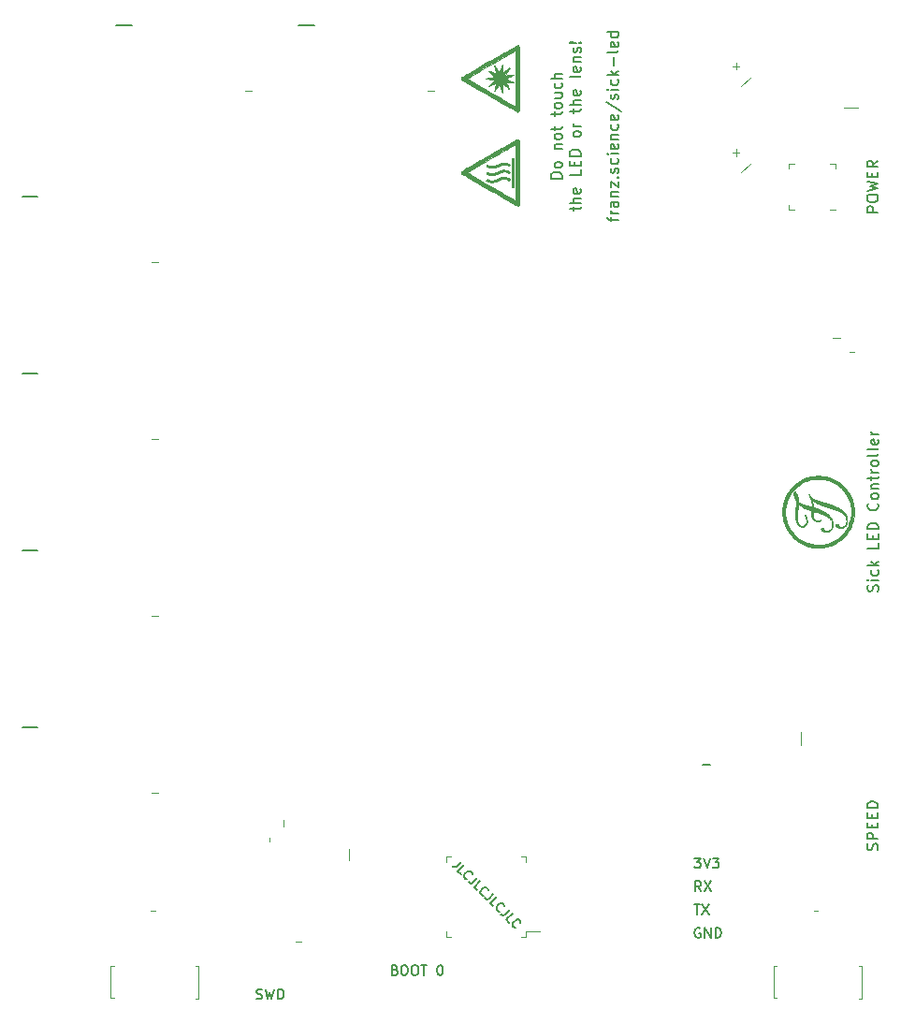
<source format=gbr>
%TF.GenerationSoftware,KiCad,Pcbnew,(5.1.8-0-10_14)*%
%TF.CreationDate,2021-08-11T22:05:50+02:00*%
%TF.ProjectId,Krasse-LED,4b726173-7365-42d4-9c45-442e6b696361,rev?*%
%TF.SameCoordinates,Original*%
%TF.FileFunction,Legend,Top*%
%TF.FilePolarity,Positive*%
%FSLAX46Y46*%
G04 Gerber Fmt 4.6, Leading zero omitted, Abs format (unit mm)*
G04 Created by KiCad (PCBNEW (5.1.8-0-10_14)) date 2021-08-11 22:05:50*
%MOMM*%
%LPD*%
G01*
G04 APERTURE LIST*
%ADD10C,0.130000*%
%ADD11C,0.150000*%
%ADD12C,0.200000*%
%ADD13C,0.170000*%
%ADD14C,0.120000*%
%ADD15C,0.010000*%
G04 APERTURE END LIST*
D10*
X119228571Y-144514285D02*
X119357142Y-144557142D01*
X119571428Y-144557142D01*
X119657142Y-144514285D01*
X119700000Y-144471428D01*
X119742857Y-144385714D01*
X119742857Y-144300000D01*
X119700000Y-144214285D01*
X119657142Y-144171428D01*
X119571428Y-144128571D01*
X119400000Y-144085714D01*
X119314285Y-144042857D01*
X119271428Y-144000000D01*
X119228571Y-143914285D01*
X119228571Y-143828571D01*
X119271428Y-143742857D01*
X119314285Y-143700000D01*
X119400000Y-143657142D01*
X119614285Y-143657142D01*
X119742857Y-143700000D01*
X120042857Y-143657142D02*
X120257142Y-144557142D01*
X120428571Y-143914285D01*
X120600000Y-144557142D01*
X120814285Y-143657142D01*
X121157142Y-144557142D02*
X121157142Y-143657142D01*
X121371428Y-143657142D01*
X121500000Y-143700000D01*
X121585714Y-143785714D01*
X121628571Y-143871428D01*
X121671428Y-144042857D01*
X121671428Y-144171428D01*
X121628571Y-144342857D01*
X121585714Y-144428571D01*
X121500000Y-144514285D01*
X121371428Y-144557142D01*
X121157142Y-144557142D01*
X137746852Y-132177291D02*
X137342791Y-132581352D01*
X137235041Y-132635227D01*
X137127291Y-132635227D01*
X137019542Y-132581352D01*
X136965667Y-132527478D01*
X137719914Y-133281725D02*
X137450540Y-133012351D01*
X138016226Y-132446665D01*
X138285600Y-133739661D02*
X138231725Y-133739661D01*
X138123975Y-133685786D01*
X138070101Y-133631911D01*
X138016226Y-133524162D01*
X138016226Y-133416412D01*
X138043163Y-133335600D01*
X138123975Y-133200913D01*
X138204788Y-133120101D01*
X138339475Y-133039288D01*
X138420287Y-133012351D01*
X138528036Y-133012351D01*
X138635786Y-133066226D01*
X138689661Y-133120101D01*
X138743536Y-133227850D01*
X138743536Y-133281725D01*
X139201471Y-133631911D02*
X138797410Y-134035972D01*
X138689661Y-134089847D01*
X138581911Y-134089847D01*
X138474162Y-134035972D01*
X138420287Y-133982097D01*
X139174534Y-134736345D02*
X138905160Y-134466971D01*
X139470845Y-133901285D01*
X139740219Y-135194280D02*
X139686345Y-135194280D01*
X139578595Y-135140406D01*
X139524720Y-135086531D01*
X139470845Y-134978781D01*
X139470845Y-134871032D01*
X139497783Y-134790219D01*
X139578595Y-134655532D01*
X139659407Y-134574720D01*
X139794094Y-134493908D01*
X139874906Y-134466971D01*
X139982656Y-134466971D01*
X140090406Y-134520845D01*
X140144280Y-134574720D01*
X140198155Y-134682470D01*
X140198155Y-134736345D01*
X140656091Y-135086531D02*
X140252030Y-135490592D01*
X140144280Y-135544467D01*
X140036531Y-135544467D01*
X139928781Y-135490592D01*
X139874906Y-135436717D01*
X140629154Y-136190964D02*
X140359780Y-135921590D01*
X140925465Y-135355905D01*
X141194839Y-136648900D02*
X141140964Y-136648900D01*
X141033215Y-136595025D01*
X140979340Y-136541150D01*
X140925465Y-136433401D01*
X140925465Y-136325651D01*
X140952402Y-136244839D01*
X141033215Y-136110152D01*
X141114027Y-136029340D01*
X141248714Y-135948528D01*
X141329526Y-135921590D01*
X141437276Y-135921590D01*
X141545025Y-135975465D01*
X141598900Y-136029340D01*
X141652775Y-136137089D01*
X141652775Y-136190964D01*
X142110711Y-136541150D02*
X141706650Y-136945211D01*
X141598900Y-136999086D01*
X141491150Y-136999086D01*
X141383401Y-136945211D01*
X141329526Y-136891337D01*
X142083773Y-137645584D02*
X141814399Y-137376210D01*
X142380085Y-136810524D01*
X142649459Y-138103520D02*
X142595584Y-138103520D01*
X142487834Y-138049645D01*
X142433960Y-137995770D01*
X142380085Y-137888021D01*
X142380085Y-137780271D01*
X142407022Y-137699459D01*
X142487834Y-137564772D01*
X142568647Y-137483960D01*
X142703334Y-137403147D01*
X142784146Y-137376210D01*
X142891895Y-137376210D01*
X142999645Y-137430085D01*
X143053520Y-137483960D01*
X143107395Y-137591709D01*
X143107395Y-137645584D01*
D11*
X175454761Y-107690476D02*
X175502380Y-107547619D01*
X175502380Y-107309523D01*
X175454761Y-107214285D01*
X175407142Y-107166666D01*
X175311904Y-107119047D01*
X175216666Y-107119047D01*
X175121428Y-107166666D01*
X175073809Y-107214285D01*
X175026190Y-107309523D01*
X174978571Y-107500000D01*
X174930952Y-107595238D01*
X174883333Y-107642857D01*
X174788095Y-107690476D01*
X174692857Y-107690476D01*
X174597619Y-107642857D01*
X174550000Y-107595238D01*
X174502380Y-107500000D01*
X174502380Y-107261904D01*
X174550000Y-107119047D01*
X175502380Y-106690476D02*
X174835714Y-106690476D01*
X174502380Y-106690476D02*
X174550000Y-106738095D01*
X174597619Y-106690476D01*
X174550000Y-106642857D01*
X174502380Y-106690476D01*
X174597619Y-106690476D01*
X175454761Y-105785714D02*
X175502380Y-105880952D01*
X175502380Y-106071428D01*
X175454761Y-106166666D01*
X175407142Y-106214285D01*
X175311904Y-106261904D01*
X175026190Y-106261904D01*
X174930952Y-106214285D01*
X174883333Y-106166666D01*
X174835714Y-106071428D01*
X174835714Y-105880952D01*
X174883333Y-105785714D01*
X175502380Y-105357142D02*
X174502380Y-105357142D01*
X175121428Y-105261904D02*
X175502380Y-104976190D01*
X174835714Y-104976190D02*
X175216666Y-105357142D01*
X175502380Y-103309523D02*
X175502380Y-103785714D01*
X174502380Y-103785714D01*
X174978571Y-102976190D02*
X174978571Y-102642857D01*
X175502380Y-102500000D02*
X175502380Y-102976190D01*
X174502380Y-102976190D01*
X174502380Y-102500000D01*
X175502380Y-102071428D02*
X174502380Y-102071428D01*
X174502380Y-101833333D01*
X174550000Y-101690476D01*
X174645238Y-101595238D01*
X174740476Y-101547619D01*
X174930952Y-101500000D01*
X175073809Y-101500000D01*
X175264285Y-101547619D01*
X175359523Y-101595238D01*
X175454761Y-101690476D01*
X175502380Y-101833333D01*
X175502380Y-102071428D01*
X175407142Y-99738095D02*
X175454761Y-99785714D01*
X175502380Y-99928571D01*
X175502380Y-100023809D01*
X175454761Y-100166666D01*
X175359523Y-100261904D01*
X175264285Y-100309523D01*
X175073809Y-100357142D01*
X174930952Y-100357142D01*
X174740476Y-100309523D01*
X174645238Y-100261904D01*
X174550000Y-100166666D01*
X174502380Y-100023809D01*
X174502380Y-99928571D01*
X174550000Y-99785714D01*
X174597619Y-99738095D01*
X175502380Y-99166666D02*
X175454761Y-99261904D01*
X175407142Y-99309523D01*
X175311904Y-99357142D01*
X175026190Y-99357142D01*
X174930952Y-99309523D01*
X174883333Y-99261904D01*
X174835714Y-99166666D01*
X174835714Y-99023809D01*
X174883333Y-98928571D01*
X174930952Y-98880952D01*
X175026190Y-98833333D01*
X175311904Y-98833333D01*
X175407142Y-98880952D01*
X175454761Y-98928571D01*
X175502380Y-99023809D01*
X175502380Y-99166666D01*
X174835714Y-98404761D02*
X175502380Y-98404761D01*
X174930952Y-98404761D02*
X174883333Y-98357142D01*
X174835714Y-98261904D01*
X174835714Y-98119047D01*
X174883333Y-98023809D01*
X174978571Y-97976190D01*
X175502380Y-97976190D01*
X174835714Y-97642857D02*
X174835714Y-97261904D01*
X174502380Y-97500000D02*
X175359523Y-97500000D01*
X175454761Y-97452380D01*
X175502380Y-97357142D01*
X175502380Y-97261904D01*
X175502380Y-96928571D02*
X174835714Y-96928571D01*
X175026190Y-96928571D02*
X174930952Y-96880952D01*
X174883333Y-96833333D01*
X174835714Y-96738095D01*
X174835714Y-96642857D01*
X175502380Y-96166666D02*
X175454761Y-96261904D01*
X175407142Y-96309523D01*
X175311904Y-96357142D01*
X175026190Y-96357142D01*
X174930952Y-96309523D01*
X174883333Y-96261904D01*
X174835714Y-96166666D01*
X174835714Y-96023809D01*
X174883333Y-95928571D01*
X174930952Y-95880952D01*
X175026190Y-95833333D01*
X175311904Y-95833333D01*
X175407142Y-95880952D01*
X175454761Y-95928571D01*
X175502380Y-96023809D01*
X175502380Y-96166666D01*
X175502380Y-95261904D02*
X175454761Y-95357142D01*
X175359523Y-95404761D01*
X174502380Y-95404761D01*
X175502380Y-94738095D02*
X175454761Y-94833333D01*
X175359523Y-94880952D01*
X174502380Y-94880952D01*
X175454761Y-93976190D02*
X175502380Y-94071428D01*
X175502380Y-94261904D01*
X175454761Y-94357142D01*
X175359523Y-94404761D01*
X174978571Y-94404761D01*
X174883333Y-94357142D01*
X174835714Y-94261904D01*
X174835714Y-94071428D01*
X174883333Y-93976190D01*
X174978571Y-93928571D01*
X175073809Y-93928571D01*
X175169047Y-94404761D01*
X175502380Y-93500000D02*
X174835714Y-93500000D01*
X175026190Y-93500000D02*
X174930952Y-93452380D01*
X174883333Y-93404761D01*
X174835714Y-93309523D01*
X174835714Y-93214285D01*
D10*
X131757142Y-141935714D02*
X131885714Y-141978571D01*
X131928571Y-142021428D01*
X131971428Y-142107142D01*
X131971428Y-142235714D01*
X131928571Y-142321428D01*
X131885714Y-142364285D01*
X131800000Y-142407142D01*
X131457142Y-142407142D01*
X131457142Y-141507142D01*
X131757142Y-141507142D01*
X131842857Y-141550000D01*
X131885714Y-141592857D01*
X131928571Y-141678571D01*
X131928571Y-141764285D01*
X131885714Y-141850000D01*
X131842857Y-141892857D01*
X131757142Y-141935714D01*
X131457142Y-141935714D01*
X132528571Y-141507142D02*
X132700000Y-141507142D01*
X132785714Y-141550000D01*
X132871428Y-141635714D01*
X132914285Y-141807142D01*
X132914285Y-142107142D01*
X132871428Y-142278571D01*
X132785714Y-142364285D01*
X132700000Y-142407142D01*
X132528571Y-142407142D01*
X132442857Y-142364285D01*
X132357142Y-142278571D01*
X132314285Y-142107142D01*
X132314285Y-141807142D01*
X132357142Y-141635714D01*
X132442857Y-141550000D01*
X132528571Y-141507142D01*
X133471428Y-141507142D02*
X133642857Y-141507142D01*
X133728571Y-141550000D01*
X133814285Y-141635714D01*
X133857142Y-141807142D01*
X133857142Y-142107142D01*
X133814285Y-142278571D01*
X133728571Y-142364285D01*
X133642857Y-142407142D01*
X133471428Y-142407142D01*
X133385714Y-142364285D01*
X133300000Y-142278571D01*
X133257142Y-142107142D01*
X133257142Y-141807142D01*
X133300000Y-141635714D01*
X133385714Y-141550000D01*
X133471428Y-141507142D01*
X134114285Y-141507142D02*
X134628571Y-141507142D01*
X134371428Y-142407142D02*
X134371428Y-141507142D01*
X135785714Y-141507142D02*
X135871428Y-141507142D01*
X135957142Y-141550000D01*
X136000000Y-141592857D01*
X136042857Y-141678571D01*
X136085714Y-141850000D01*
X136085714Y-142064285D01*
X136042857Y-142235714D01*
X136000000Y-142321428D01*
X135957142Y-142364285D01*
X135871428Y-142407142D01*
X135785714Y-142407142D01*
X135700000Y-142364285D01*
X135657142Y-142321428D01*
X135614285Y-142235714D01*
X135571428Y-142064285D01*
X135571428Y-141850000D01*
X135614285Y-141678571D01*
X135657142Y-141592857D01*
X135700000Y-141550000D01*
X135785714Y-141507142D01*
X159370214Y-138150000D02*
X159284500Y-138107142D01*
X159155928Y-138107142D01*
X159027357Y-138150000D01*
X158941642Y-138235714D01*
X158898785Y-138321428D01*
X158855928Y-138492857D01*
X158855928Y-138621428D01*
X158898785Y-138792857D01*
X158941642Y-138878571D01*
X159027357Y-138964285D01*
X159155928Y-139007142D01*
X159241642Y-139007142D01*
X159370214Y-138964285D01*
X159413071Y-138921428D01*
X159413071Y-138621428D01*
X159241642Y-138621428D01*
X159798785Y-139007142D02*
X159798785Y-138107142D01*
X160313071Y-139007142D01*
X160313071Y-138107142D01*
X160741642Y-139007142D02*
X160741642Y-138107142D01*
X160955928Y-138107142D01*
X161084500Y-138150000D01*
X161170214Y-138235714D01*
X161213071Y-138321428D01*
X161255928Y-138492857D01*
X161255928Y-138621428D01*
X161213071Y-138792857D01*
X161170214Y-138878571D01*
X161084500Y-138964285D01*
X160955928Y-139007142D01*
X160741642Y-139007142D01*
X158820214Y-136007142D02*
X159334500Y-136007142D01*
X159077357Y-136907142D02*
X159077357Y-136007142D01*
X159548785Y-136007142D02*
X160148785Y-136907142D01*
X160148785Y-136007142D02*
X159548785Y-136907142D01*
X159463071Y-134807142D02*
X159163071Y-134378571D01*
X158948785Y-134807142D02*
X158948785Y-133907142D01*
X159291642Y-133907142D01*
X159377357Y-133950000D01*
X159420214Y-133992857D01*
X159463071Y-134078571D01*
X159463071Y-134207142D01*
X159420214Y-134292857D01*
X159377357Y-134335714D01*
X159291642Y-134378571D01*
X158948785Y-134378571D01*
X159763071Y-133907142D02*
X160363071Y-134807142D01*
X160363071Y-133907142D02*
X159763071Y-134807142D01*
X158863071Y-131807142D02*
X159420214Y-131807142D01*
X159120214Y-132150000D01*
X159248785Y-132150000D01*
X159334500Y-132192857D01*
X159377357Y-132235714D01*
X159420214Y-132321428D01*
X159420214Y-132535714D01*
X159377357Y-132621428D01*
X159334500Y-132664285D01*
X159248785Y-132707142D01*
X158991642Y-132707142D01*
X158905928Y-132664285D01*
X158863071Y-132621428D01*
X159677357Y-131807142D02*
X159977357Y-132707142D01*
X160277357Y-131807142D01*
X160491642Y-131807142D02*
X161048785Y-131807142D01*
X160748785Y-132150000D01*
X160877357Y-132150000D01*
X160963071Y-132192857D01*
X161005928Y-132235714D01*
X161048785Y-132321428D01*
X161048785Y-132535714D01*
X161005928Y-132621428D01*
X160963071Y-132664285D01*
X160877357Y-132707142D01*
X160620214Y-132707142D01*
X160534500Y-132664285D01*
X160491642Y-132621428D01*
D12*
X146852380Y-70338095D02*
X145852380Y-70338095D01*
X145852380Y-70100000D01*
X145900000Y-69957142D01*
X145995238Y-69861904D01*
X146090476Y-69814285D01*
X146280952Y-69766666D01*
X146423809Y-69766666D01*
X146614285Y-69814285D01*
X146709523Y-69861904D01*
X146804761Y-69957142D01*
X146852380Y-70100000D01*
X146852380Y-70338095D01*
X146852380Y-69195238D02*
X146804761Y-69290476D01*
X146757142Y-69338095D01*
X146661904Y-69385714D01*
X146376190Y-69385714D01*
X146280952Y-69338095D01*
X146233333Y-69290476D01*
X146185714Y-69195238D01*
X146185714Y-69052380D01*
X146233333Y-68957142D01*
X146280952Y-68909523D01*
X146376190Y-68861904D01*
X146661904Y-68861904D01*
X146757142Y-68909523D01*
X146804761Y-68957142D01*
X146852380Y-69052380D01*
X146852380Y-69195238D01*
X146185714Y-67671428D02*
X146852380Y-67671428D01*
X146280952Y-67671428D02*
X146233333Y-67623809D01*
X146185714Y-67528571D01*
X146185714Y-67385714D01*
X146233333Y-67290476D01*
X146328571Y-67242857D01*
X146852380Y-67242857D01*
X146852380Y-66623809D02*
X146804761Y-66719047D01*
X146757142Y-66766666D01*
X146661904Y-66814285D01*
X146376190Y-66814285D01*
X146280952Y-66766666D01*
X146233333Y-66719047D01*
X146185714Y-66623809D01*
X146185714Y-66480952D01*
X146233333Y-66385714D01*
X146280952Y-66338095D01*
X146376190Y-66290476D01*
X146661904Y-66290476D01*
X146757142Y-66338095D01*
X146804761Y-66385714D01*
X146852380Y-66480952D01*
X146852380Y-66623809D01*
X146185714Y-66004761D02*
X146185714Y-65623809D01*
X145852380Y-65861904D02*
X146709523Y-65861904D01*
X146804761Y-65814285D01*
X146852380Y-65719047D01*
X146852380Y-65623809D01*
X146185714Y-64671428D02*
X146185714Y-64290476D01*
X145852380Y-64528571D02*
X146709523Y-64528571D01*
X146804761Y-64480952D01*
X146852380Y-64385714D01*
X146852380Y-64290476D01*
X146852380Y-63814285D02*
X146804761Y-63909523D01*
X146757142Y-63957142D01*
X146661904Y-64004761D01*
X146376190Y-64004761D01*
X146280952Y-63957142D01*
X146233333Y-63909523D01*
X146185714Y-63814285D01*
X146185714Y-63671428D01*
X146233333Y-63576190D01*
X146280952Y-63528571D01*
X146376190Y-63480952D01*
X146661904Y-63480952D01*
X146757142Y-63528571D01*
X146804761Y-63576190D01*
X146852380Y-63671428D01*
X146852380Y-63814285D01*
X146185714Y-62623809D02*
X146852380Y-62623809D01*
X146185714Y-63052380D02*
X146709523Y-63052380D01*
X146804761Y-63004761D01*
X146852380Y-62909523D01*
X146852380Y-62766666D01*
X146804761Y-62671428D01*
X146757142Y-62623809D01*
X146804761Y-61719047D02*
X146852380Y-61814285D01*
X146852380Y-62004761D01*
X146804761Y-62100000D01*
X146757142Y-62147619D01*
X146661904Y-62195238D01*
X146376190Y-62195238D01*
X146280952Y-62147619D01*
X146233333Y-62100000D01*
X146185714Y-62004761D01*
X146185714Y-61814285D01*
X146233333Y-61719047D01*
X146852380Y-61290476D02*
X145852380Y-61290476D01*
X146852380Y-60861904D02*
X146328571Y-60861904D01*
X146233333Y-60909523D01*
X146185714Y-61004761D01*
X146185714Y-61147619D01*
X146233333Y-61242857D01*
X146280952Y-61290476D01*
X147885714Y-73266666D02*
X147885714Y-72885714D01*
X147552380Y-73123809D02*
X148409523Y-73123809D01*
X148504761Y-73076190D01*
X148552380Y-72980952D01*
X148552380Y-72885714D01*
X148552380Y-72552380D02*
X147552380Y-72552380D01*
X148552380Y-72123809D02*
X148028571Y-72123809D01*
X147933333Y-72171428D01*
X147885714Y-72266666D01*
X147885714Y-72409523D01*
X147933333Y-72504761D01*
X147980952Y-72552380D01*
X148504761Y-71266666D02*
X148552380Y-71361904D01*
X148552380Y-71552380D01*
X148504761Y-71647619D01*
X148409523Y-71695238D01*
X148028571Y-71695238D01*
X147933333Y-71647619D01*
X147885714Y-71552380D01*
X147885714Y-71361904D01*
X147933333Y-71266666D01*
X148028571Y-71219047D01*
X148123809Y-71219047D01*
X148219047Y-71695238D01*
X148552380Y-69552380D02*
X148552380Y-70028571D01*
X147552380Y-70028571D01*
X148028571Y-69219047D02*
X148028571Y-68885714D01*
X148552380Y-68742857D02*
X148552380Y-69219047D01*
X147552380Y-69219047D01*
X147552380Y-68742857D01*
X148552380Y-68314285D02*
X147552380Y-68314285D01*
X147552380Y-68076190D01*
X147600000Y-67933333D01*
X147695238Y-67838095D01*
X147790476Y-67790476D01*
X147980952Y-67742857D01*
X148123809Y-67742857D01*
X148314285Y-67790476D01*
X148409523Y-67838095D01*
X148504761Y-67933333D01*
X148552380Y-68076190D01*
X148552380Y-68314285D01*
X148552380Y-66409523D02*
X148504761Y-66504761D01*
X148457142Y-66552380D01*
X148361904Y-66600000D01*
X148076190Y-66600000D01*
X147980952Y-66552380D01*
X147933333Y-66504761D01*
X147885714Y-66409523D01*
X147885714Y-66266666D01*
X147933333Y-66171428D01*
X147980952Y-66123809D01*
X148076190Y-66076190D01*
X148361904Y-66076190D01*
X148457142Y-66123809D01*
X148504761Y-66171428D01*
X148552380Y-66266666D01*
X148552380Y-66409523D01*
X148552380Y-65647619D02*
X147885714Y-65647619D01*
X148076190Y-65647619D02*
X147980952Y-65600000D01*
X147933333Y-65552380D01*
X147885714Y-65457142D01*
X147885714Y-65361904D01*
X147885714Y-64409523D02*
X147885714Y-64028571D01*
X147552380Y-64266666D02*
X148409523Y-64266666D01*
X148504761Y-64219047D01*
X148552380Y-64123809D01*
X148552380Y-64028571D01*
X148552380Y-63695238D02*
X147552380Y-63695238D01*
X148552380Y-63266666D02*
X148028571Y-63266666D01*
X147933333Y-63314285D01*
X147885714Y-63409523D01*
X147885714Y-63552380D01*
X147933333Y-63647619D01*
X147980952Y-63695238D01*
X148504761Y-62409523D02*
X148552380Y-62504761D01*
X148552380Y-62695238D01*
X148504761Y-62790476D01*
X148409523Y-62838095D01*
X148028571Y-62838095D01*
X147933333Y-62790476D01*
X147885714Y-62695238D01*
X147885714Y-62504761D01*
X147933333Y-62409523D01*
X148028571Y-62361904D01*
X148123809Y-62361904D01*
X148219047Y-62838095D01*
X148552380Y-61028571D02*
X148504761Y-61123809D01*
X148409523Y-61171428D01*
X147552380Y-61171428D01*
X148504761Y-60266666D02*
X148552380Y-60361904D01*
X148552380Y-60552380D01*
X148504761Y-60647619D01*
X148409523Y-60695238D01*
X148028571Y-60695238D01*
X147933333Y-60647619D01*
X147885714Y-60552380D01*
X147885714Y-60361904D01*
X147933333Y-60266666D01*
X148028571Y-60219047D01*
X148123809Y-60219047D01*
X148219047Y-60695238D01*
X147885714Y-59790476D02*
X148552380Y-59790476D01*
X147980952Y-59790476D02*
X147933333Y-59742857D01*
X147885714Y-59647619D01*
X147885714Y-59504761D01*
X147933333Y-59409523D01*
X148028571Y-59361904D01*
X148552380Y-59361904D01*
X148504761Y-58933333D02*
X148552380Y-58838095D01*
X148552380Y-58647619D01*
X148504761Y-58552380D01*
X148409523Y-58504761D01*
X148361904Y-58504761D01*
X148266666Y-58552380D01*
X148219047Y-58647619D01*
X148219047Y-58790476D01*
X148171428Y-58885714D01*
X148076190Y-58933333D01*
X148028571Y-58933333D01*
X147933333Y-58885714D01*
X147885714Y-58790476D01*
X147885714Y-58647619D01*
X147933333Y-58552380D01*
X148457142Y-58076190D02*
X148504761Y-58028571D01*
X148552380Y-58076190D01*
X148504761Y-58123809D01*
X148457142Y-58076190D01*
X148552380Y-58076190D01*
X148171428Y-58076190D02*
X147600000Y-58123809D01*
X147552380Y-58076190D01*
X147600000Y-58028571D01*
X148171428Y-58076190D01*
X147552380Y-58076190D01*
X151285714Y-74219047D02*
X151285714Y-73838095D01*
X151952380Y-74076190D02*
X151095238Y-74076190D01*
X151000000Y-74028571D01*
X150952380Y-73933333D01*
X150952380Y-73838095D01*
X151952380Y-73504761D02*
X151285714Y-73504761D01*
X151476190Y-73504761D02*
X151380952Y-73457142D01*
X151333333Y-73409523D01*
X151285714Y-73314285D01*
X151285714Y-73219047D01*
X151952380Y-72457142D02*
X151428571Y-72457142D01*
X151333333Y-72504761D01*
X151285714Y-72600000D01*
X151285714Y-72790476D01*
X151333333Y-72885714D01*
X151904761Y-72457142D02*
X151952380Y-72552380D01*
X151952380Y-72790476D01*
X151904761Y-72885714D01*
X151809523Y-72933333D01*
X151714285Y-72933333D01*
X151619047Y-72885714D01*
X151571428Y-72790476D01*
X151571428Y-72552380D01*
X151523809Y-72457142D01*
X151285714Y-71980952D02*
X151952380Y-71980952D01*
X151380952Y-71980952D02*
X151333333Y-71933333D01*
X151285714Y-71838095D01*
X151285714Y-71695238D01*
X151333333Y-71600000D01*
X151428571Y-71552380D01*
X151952380Y-71552380D01*
X151285714Y-71171428D02*
X151285714Y-70647619D01*
X151952380Y-71171428D01*
X151952380Y-70647619D01*
X151857142Y-70266666D02*
X151904761Y-70219047D01*
X151952380Y-70266666D01*
X151904761Y-70314285D01*
X151857142Y-70266666D01*
X151952380Y-70266666D01*
X151904761Y-69838095D02*
X151952380Y-69742857D01*
X151952380Y-69552380D01*
X151904761Y-69457142D01*
X151809523Y-69409523D01*
X151761904Y-69409523D01*
X151666666Y-69457142D01*
X151619047Y-69552380D01*
X151619047Y-69695238D01*
X151571428Y-69790476D01*
X151476190Y-69838095D01*
X151428571Y-69838095D01*
X151333333Y-69790476D01*
X151285714Y-69695238D01*
X151285714Y-69552380D01*
X151333333Y-69457142D01*
X151904761Y-68552380D02*
X151952380Y-68647619D01*
X151952380Y-68838095D01*
X151904761Y-68933333D01*
X151857142Y-68980952D01*
X151761904Y-69028571D01*
X151476190Y-69028571D01*
X151380952Y-68980952D01*
X151333333Y-68933333D01*
X151285714Y-68838095D01*
X151285714Y-68647619D01*
X151333333Y-68552380D01*
X151952380Y-68123809D02*
X151285714Y-68123809D01*
X150952380Y-68123809D02*
X151000000Y-68171428D01*
X151047619Y-68123809D01*
X151000000Y-68076190D01*
X150952380Y-68123809D01*
X151047619Y-68123809D01*
X151904761Y-67266666D02*
X151952380Y-67361904D01*
X151952380Y-67552380D01*
X151904761Y-67647619D01*
X151809523Y-67695238D01*
X151428571Y-67695238D01*
X151333333Y-67647619D01*
X151285714Y-67552380D01*
X151285714Y-67361904D01*
X151333333Y-67266666D01*
X151428571Y-67219047D01*
X151523809Y-67219047D01*
X151619047Y-67695238D01*
X151285714Y-66790476D02*
X151952380Y-66790476D01*
X151380952Y-66790476D02*
X151333333Y-66742857D01*
X151285714Y-66647619D01*
X151285714Y-66504761D01*
X151333333Y-66409523D01*
X151428571Y-66361904D01*
X151952380Y-66361904D01*
X151904761Y-65457142D02*
X151952380Y-65552380D01*
X151952380Y-65742857D01*
X151904761Y-65838095D01*
X151857142Y-65885714D01*
X151761904Y-65933333D01*
X151476190Y-65933333D01*
X151380952Y-65885714D01*
X151333333Y-65838095D01*
X151285714Y-65742857D01*
X151285714Y-65552380D01*
X151333333Y-65457142D01*
X151904761Y-64647619D02*
X151952380Y-64742857D01*
X151952380Y-64933333D01*
X151904761Y-65028571D01*
X151809523Y-65076190D01*
X151428571Y-65076190D01*
X151333333Y-65028571D01*
X151285714Y-64933333D01*
X151285714Y-64742857D01*
X151333333Y-64647619D01*
X151428571Y-64600000D01*
X151523809Y-64600000D01*
X151619047Y-65076190D01*
X150904761Y-63457142D02*
X152190476Y-64314285D01*
X151904761Y-63171428D02*
X151952380Y-63076190D01*
X151952380Y-62885714D01*
X151904761Y-62790476D01*
X151809523Y-62742857D01*
X151761904Y-62742857D01*
X151666666Y-62790476D01*
X151619047Y-62885714D01*
X151619047Y-63028571D01*
X151571428Y-63123809D01*
X151476190Y-63171428D01*
X151428571Y-63171428D01*
X151333333Y-63123809D01*
X151285714Y-63028571D01*
X151285714Y-62885714D01*
X151333333Y-62790476D01*
X151952380Y-62314285D02*
X151285714Y-62314285D01*
X150952380Y-62314285D02*
X151000000Y-62361904D01*
X151047619Y-62314285D01*
X151000000Y-62266666D01*
X150952380Y-62314285D01*
X151047619Y-62314285D01*
X151904761Y-61409523D02*
X151952380Y-61504761D01*
X151952380Y-61695238D01*
X151904761Y-61790476D01*
X151857142Y-61838095D01*
X151761904Y-61885714D01*
X151476190Y-61885714D01*
X151380952Y-61838095D01*
X151333333Y-61790476D01*
X151285714Y-61695238D01*
X151285714Y-61504761D01*
X151333333Y-61409523D01*
X151952380Y-60980952D02*
X150952380Y-60980952D01*
X151571428Y-60885714D02*
X151952380Y-60600000D01*
X151285714Y-60600000D02*
X151666666Y-60980952D01*
X151571428Y-60171428D02*
X151571428Y-59409523D01*
X151952380Y-58790476D02*
X151904761Y-58885714D01*
X151809523Y-58933333D01*
X150952380Y-58933333D01*
X151904761Y-58028571D02*
X151952380Y-58123809D01*
X151952380Y-58314285D01*
X151904761Y-58409523D01*
X151809523Y-58457142D01*
X151428571Y-58457142D01*
X151333333Y-58409523D01*
X151285714Y-58314285D01*
X151285714Y-58123809D01*
X151333333Y-58028571D01*
X151428571Y-57980952D01*
X151523809Y-57980952D01*
X151619047Y-58457142D01*
X151952380Y-57123809D02*
X150952380Y-57123809D01*
X151904761Y-57123809D02*
X151952380Y-57219047D01*
X151952380Y-57409523D01*
X151904761Y-57504761D01*
X151857142Y-57552380D01*
X151761904Y-57600000D01*
X151476190Y-57600000D01*
X151380952Y-57552380D01*
X151333333Y-57504761D01*
X151285714Y-57409523D01*
X151285714Y-57219047D01*
X151333333Y-57123809D01*
D13*
X175404761Y-131090476D02*
X175452380Y-130947619D01*
X175452380Y-130709523D01*
X175404761Y-130614285D01*
X175357142Y-130566666D01*
X175261904Y-130519047D01*
X175166666Y-130519047D01*
X175071428Y-130566666D01*
X175023809Y-130614285D01*
X174976190Y-130709523D01*
X174928571Y-130900000D01*
X174880952Y-130995238D01*
X174833333Y-131042857D01*
X174738095Y-131090476D01*
X174642857Y-131090476D01*
X174547619Y-131042857D01*
X174500000Y-130995238D01*
X174452380Y-130900000D01*
X174452380Y-130661904D01*
X174500000Y-130519047D01*
X175452380Y-130090476D02*
X174452380Y-130090476D01*
X174452380Y-129709523D01*
X174500000Y-129614285D01*
X174547619Y-129566666D01*
X174642857Y-129519047D01*
X174785714Y-129519047D01*
X174880952Y-129566666D01*
X174928571Y-129614285D01*
X174976190Y-129709523D01*
X174976190Y-130090476D01*
X174928571Y-129090476D02*
X174928571Y-128757142D01*
X175452380Y-128614285D02*
X175452380Y-129090476D01*
X174452380Y-129090476D01*
X174452380Y-128614285D01*
X174928571Y-128185714D02*
X174928571Y-127852380D01*
X175452380Y-127709523D02*
X175452380Y-128185714D01*
X174452380Y-128185714D01*
X174452380Y-127709523D01*
X175452380Y-127280952D02*
X174452380Y-127280952D01*
X174452380Y-127042857D01*
X174500000Y-126900000D01*
X174595238Y-126804761D01*
X174690476Y-126757142D01*
X174880952Y-126709523D01*
X175023809Y-126709523D01*
X175214285Y-126757142D01*
X175309523Y-126804761D01*
X175404761Y-126900000D01*
X175452380Y-127042857D01*
X175452380Y-127280952D01*
X175452380Y-73409523D02*
X174452380Y-73409523D01*
X174452380Y-73028571D01*
X174500000Y-72933333D01*
X174547619Y-72885714D01*
X174642857Y-72838095D01*
X174785714Y-72838095D01*
X174880952Y-72885714D01*
X174928571Y-72933333D01*
X174976190Y-73028571D01*
X174976190Y-73409523D01*
X174452380Y-72219047D02*
X174452380Y-72028571D01*
X174500000Y-71933333D01*
X174595238Y-71838095D01*
X174785714Y-71790476D01*
X175119047Y-71790476D01*
X175309523Y-71838095D01*
X175404761Y-71933333D01*
X175452380Y-72028571D01*
X175452380Y-72219047D01*
X175404761Y-72314285D01*
X175309523Y-72409523D01*
X175119047Y-72457142D01*
X174785714Y-72457142D01*
X174595238Y-72409523D01*
X174500000Y-72314285D01*
X174452380Y-72219047D01*
X174452380Y-71457142D02*
X175452380Y-71219047D01*
X174738095Y-71028571D01*
X175452380Y-70838095D01*
X174452380Y-70600000D01*
X174928571Y-70219047D02*
X174928571Y-69885714D01*
X175452380Y-69742857D02*
X175452380Y-70219047D01*
X174452380Y-70219047D01*
X174452380Y-69742857D01*
X175452380Y-68742857D02*
X174976190Y-69076190D01*
X175452380Y-69314285D02*
X174452380Y-69314285D01*
X174452380Y-68933333D01*
X174500000Y-68838095D01*
X174547619Y-68790476D01*
X174642857Y-68742857D01*
X174785714Y-68742857D01*
X174880952Y-68790476D01*
X174928571Y-68838095D01*
X174976190Y-68933333D01*
X174976190Y-69314285D01*
D11*
%TO.C,U2*%
X159600000Y-123400000D02*
X160300000Y-123400000D01*
D14*
%TO.C,J1*%
X122750000Y-139400000D02*
X123250000Y-139400000D01*
D15*
%TO.C,G\u002A\u002A\u002A*%
G36*
X167805530Y-98766349D02*
G01*
X167805985Y-98762477D01*
X167814655Y-98727263D01*
X167829326Y-98702052D01*
X167850151Y-98686703D01*
X167877288Y-98681078D01*
X167895656Y-98682171D01*
X167933869Y-98692024D01*
X167970030Y-98711246D01*
X168004921Y-98740458D01*
X168039324Y-98780279D01*
X168064146Y-98815737D01*
X168094673Y-98869432D01*
X168123303Y-98933009D01*
X168149617Y-99004742D01*
X168173200Y-99082903D01*
X168193634Y-99165765D01*
X168210502Y-99251598D01*
X168223387Y-99338677D01*
X168231872Y-99425272D01*
X168235539Y-99509656D01*
X168235658Y-99526184D01*
X168235714Y-99602898D01*
X168277273Y-99636009D01*
X168300410Y-99653867D01*
X168323666Y-99670439D01*
X168347909Y-99686076D01*
X168374008Y-99701127D01*
X168402832Y-99715941D01*
X168435251Y-99730868D01*
X168472131Y-99746257D01*
X168514344Y-99762459D01*
X168562756Y-99779822D01*
X168618238Y-99798697D01*
X168681658Y-99819433D01*
X168753885Y-99842380D01*
X168835787Y-99867887D01*
X168911094Y-99891056D01*
X168970194Y-99909104D01*
X169032285Y-99927955D01*
X169095063Y-99946917D01*
X169156225Y-99965298D01*
X169213468Y-99982405D01*
X169264486Y-99997548D01*
X169306977Y-100010033D01*
X169312581Y-100011665D01*
X169353545Y-100023606D01*
X169391051Y-100034587D01*
X169423562Y-100044155D01*
X169449543Y-100051857D01*
X169467456Y-100057238D01*
X169475766Y-100059845D01*
X169475941Y-100059909D01*
X169478637Y-100059485D01*
X169480560Y-100054991D01*
X169481760Y-100045116D01*
X169482284Y-100028546D01*
X169482182Y-100003972D01*
X169481501Y-99970081D01*
X169480554Y-99934759D01*
X169475819Y-99833476D01*
X169467490Y-99741477D01*
X169455270Y-99656813D01*
X169438860Y-99577538D01*
X169417964Y-99501702D01*
X169411192Y-99480589D01*
X169404489Y-99461290D01*
X169394020Y-99432419D01*
X169380289Y-99395300D01*
X169363799Y-99351261D01*
X169345056Y-99301625D01*
X169324562Y-99247720D01*
X169302822Y-99190871D01*
X169280340Y-99132404D01*
X169257620Y-99073644D01*
X169235165Y-99015917D01*
X169214147Y-98962246D01*
X169179064Y-98872995D01*
X169194613Y-98873159D01*
X169201754Y-98874228D01*
X169208227Y-98878438D01*
X169215316Y-98887543D01*
X169224308Y-98903300D01*
X169236488Y-98927463D01*
X169240694Y-98936074D01*
X169274903Y-98997974D01*
X169317028Y-99058750D01*
X169368281Y-99120031D01*
X169411917Y-99165779D01*
X169464751Y-99215691D01*
X169517792Y-99259438D01*
X169573049Y-99298235D01*
X169632535Y-99333299D01*
X169698258Y-99365846D01*
X169772230Y-99397093D01*
X169830530Y-99419036D01*
X169858339Y-99429006D01*
X169886044Y-99438765D01*
X169914437Y-99448560D01*
X169944312Y-99458641D01*
X169976463Y-99469255D01*
X170011684Y-99480650D01*
X170050767Y-99493075D01*
X170094506Y-99506778D01*
X170143696Y-99522007D01*
X170199129Y-99539009D01*
X170261599Y-99558034D01*
X170331900Y-99579330D01*
X170410824Y-99603143D01*
X170499167Y-99629724D01*
X170597721Y-99659319D01*
X170626475Y-99667946D01*
X170725059Y-99697574D01*
X170813405Y-99724256D01*
X170892513Y-99748324D01*
X170963382Y-99770106D01*
X171027013Y-99789933D01*
X171084405Y-99808134D01*
X171136557Y-99825038D01*
X171184470Y-99840976D01*
X171229143Y-99856276D01*
X171271577Y-99871269D01*
X171312770Y-99886284D01*
X171353723Y-99901650D01*
X171395435Y-99917698D01*
X171438906Y-99934757D01*
X171454608Y-99940982D01*
X171550214Y-99979681D01*
X171636149Y-100016070D01*
X171714026Y-100050954D01*
X171785459Y-100085139D01*
X171852059Y-100119431D01*
X171915439Y-100154636D01*
X171977212Y-100191560D01*
X172038990Y-100231009D01*
X172051567Y-100239325D01*
X172130404Y-100293550D01*
X172199672Y-100345229D01*
X172260867Y-100395634D01*
X172315485Y-100446037D01*
X172365022Y-100497712D01*
X172392430Y-100529262D01*
X172461695Y-100619651D01*
X172520038Y-100712779D01*
X172568141Y-100809858D01*
X172604725Y-100906078D01*
X172622420Y-100964264D01*
X172636588Y-101021458D01*
X172647877Y-101080984D01*
X172656936Y-101146163D01*
X172663061Y-101205127D01*
X172666838Y-101248176D01*
X172669325Y-101282439D01*
X172670556Y-101310762D01*
X172670564Y-101335990D01*
X172669383Y-101360966D01*
X172667047Y-101388537D01*
X172665430Y-101404439D01*
X172653698Y-101475980D01*
X172633824Y-101550528D01*
X172607097Y-101624152D01*
X172574803Y-101692924D01*
X172565275Y-101710188D01*
X172525397Y-101768407D01*
X172476229Y-101820847D01*
X172419125Y-101866592D01*
X172355441Y-101904731D01*
X172286532Y-101934348D01*
X172213753Y-101954529D01*
X172198747Y-101957371D01*
X172163797Y-101961532D01*
X172120917Y-101963653D01*
X172073689Y-101963805D01*
X172025696Y-101962057D01*
X171980520Y-101958479D01*
X171941744Y-101953141D01*
X171937106Y-101952272D01*
X171887497Y-101940493D01*
X171837105Y-101924758D01*
X171789697Y-101906422D01*
X171749043Y-101886843D01*
X171738364Y-101880711D01*
X171709063Y-101860233D01*
X171679807Y-101834930D01*
X171653412Y-101807625D01*
X171632691Y-101781140D01*
X171623537Y-101765574D01*
X171613149Y-101736096D01*
X171607848Y-101703245D01*
X171607890Y-101671178D01*
X171613531Y-101644052D01*
X171615757Y-101638714D01*
X171634486Y-101611563D01*
X171660603Y-101593485D01*
X171694120Y-101584474D01*
X171701189Y-101583796D01*
X171738734Y-101585599D01*
X171772445Y-101597049D01*
X171802910Y-101618606D01*
X171830720Y-101650728D01*
X171856463Y-101693872D01*
X171864778Y-101710979D01*
X171881767Y-101747151D01*
X171895210Y-101774368D01*
X171906210Y-101794420D01*
X171915867Y-101809096D01*
X171925283Y-101820186D01*
X171935558Y-101829479D01*
X171939713Y-101832755D01*
X171958363Y-101845468D01*
X171977709Y-101854632D01*
X172000097Y-101860760D01*
X172027874Y-101864365D01*
X172063386Y-101865961D01*
X172092535Y-101866162D01*
X172157411Y-101863406D01*
X172214893Y-101855073D01*
X172268196Y-101840532D01*
X172312330Y-101822950D01*
X172374172Y-101788582D01*
X172429915Y-101744676D01*
X172478885Y-101692067D01*
X172520407Y-101631590D01*
X172553806Y-101564079D01*
X172577087Y-101495339D01*
X172582176Y-101475730D01*
X172585991Y-101458257D01*
X172588719Y-101440709D01*
X172590550Y-101420874D01*
X172591671Y-101396539D01*
X172592271Y-101365494D01*
X172592539Y-101325526D01*
X172592577Y-101313502D01*
X172592456Y-101264145D01*
X172591589Y-101223578D01*
X172589676Y-101188896D01*
X172586419Y-101157193D01*
X172581517Y-101125563D01*
X172574672Y-101091100D01*
X172565583Y-101050899D01*
X172565463Y-101050383D01*
X172545505Y-100980327D01*
X172518982Y-100914963D01*
X172503873Y-100884631D01*
X172465402Y-100822350D01*
X172416230Y-100761681D01*
X172356194Y-100702490D01*
X172285129Y-100644645D01*
X172202873Y-100588012D01*
X172109263Y-100532458D01*
X172007673Y-100479580D01*
X171967535Y-100460137D01*
X171927912Y-100441478D01*
X171888073Y-100423335D01*
X171847287Y-100405441D01*
X171804821Y-100387527D01*
X171759944Y-100369326D01*
X171711923Y-100350570D01*
X171660028Y-100330990D01*
X171603525Y-100310320D01*
X171541684Y-100288292D01*
X171473772Y-100264637D01*
X171399058Y-100239087D01*
X171316810Y-100211376D01*
X171226295Y-100181234D01*
X171126783Y-100148395D01*
X171017541Y-100112590D01*
X170901544Y-100074758D01*
X170782009Y-100035718D01*
X170672970Y-99999806D01*
X170573720Y-99966747D01*
X170483556Y-99936264D01*
X170401774Y-99908080D01*
X170327670Y-99881919D01*
X170260538Y-99857506D01*
X170199674Y-99834564D01*
X170144375Y-99812816D01*
X170093936Y-99791987D01*
X170047652Y-99771800D01*
X170004820Y-99751980D01*
X169964734Y-99732249D01*
X169926691Y-99712331D01*
X169889985Y-99691951D01*
X169853914Y-99670832D01*
X169822198Y-99651455D01*
X169753740Y-99606377D01*
X169685059Y-99556411D01*
X169618116Y-99503229D01*
X169554871Y-99448498D01*
X169497285Y-99393888D01*
X169447319Y-99341069D01*
X169420853Y-99309735D01*
X169405352Y-99290843D01*
X169392421Y-99275950D01*
X169383857Y-99267081D01*
X169381601Y-99265496D01*
X169381746Y-99270427D01*
X169385378Y-99284055D01*
X169391839Y-99304131D01*
X169398185Y-99322177D01*
X169433574Y-99419957D01*
X169465041Y-99507671D01*
X169492854Y-99586184D01*
X169517282Y-99656360D01*
X169538592Y-99719063D01*
X169557052Y-99775158D01*
X169572930Y-99825508D01*
X169586494Y-99870978D01*
X169598012Y-99912432D01*
X169607752Y-99950735D01*
X169615981Y-99986750D01*
X169622967Y-100021341D01*
X169628979Y-100055374D01*
X169632612Y-100078404D01*
X169635937Y-100096947D01*
X169640257Y-100107247D01*
X169647859Y-100112694D01*
X169657901Y-100115853D01*
X169669368Y-100119233D01*
X169690037Y-100125638D01*
X169717984Y-100134460D01*
X169751285Y-100145088D01*
X169788016Y-100156915D01*
X169804194Y-100162155D01*
X169950910Y-100212147D01*
X170091757Y-100264924D01*
X170225774Y-100320049D01*
X170352004Y-100377088D01*
X170469488Y-100435606D01*
X170577266Y-100495167D01*
X170674379Y-100555338D01*
X170682074Y-100560441D01*
X170793522Y-100638841D01*
X170893739Y-100718014D01*
X170983198Y-100798459D01*
X171062370Y-100880676D01*
X171131727Y-100965164D01*
X171191739Y-101052423D01*
X171242880Y-101142952D01*
X171254830Y-101167189D01*
X171297178Y-101266824D01*
X171328391Y-101366217D01*
X171348825Y-101467088D01*
X171358838Y-101571160D01*
X171359180Y-101670477D01*
X171351094Y-101769147D01*
X171334464Y-101860308D01*
X171309375Y-101943810D01*
X171275910Y-102019503D01*
X171234153Y-102087238D01*
X171184189Y-102146867D01*
X171126100Y-102198238D01*
X171059971Y-102241204D01*
X171030300Y-102256478D01*
X170979455Y-102278459D01*
X170930306Y-102294269D01*
X170879094Y-102304796D01*
X170822060Y-102310929D01*
X170793272Y-102312501D01*
X170706000Y-102311720D01*
X170624527Y-102302024D01*
X170549400Y-102283581D01*
X170481163Y-102256557D01*
X170420360Y-102221118D01*
X170374668Y-102184260D01*
X170342525Y-102150979D01*
X170319974Y-102119275D01*
X170305655Y-102086598D01*
X170298209Y-102050396D01*
X170297135Y-102038794D01*
X170297991Y-101999671D01*
X170306865Y-101969041D01*
X170323893Y-101946742D01*
X170349209Y-101932612D01*
X170382951Y-101926489D01*
X170391895Y-101926197D01*
X170423261Y-101929083D01*
X170451707Y-101938978D01*
X170478375Y-101956805D01*
X170504408Y-101983486D01*
X170530948Y-102019941D01*
X170553003Y-102056223D01*
X170586073Y-102107295D01*
X170621205Y-102147452D01*
X170659759Y-102177438D01*
X170703091Y-102197995D01*
X170752562Y-102209870D01*
X170809529Y-102213805D01*
X170839411Y-102213118D01*
X170915078Y-102204321D01*
X170984858Y-102185578D01*
X171048470Y-102157220D01*
X171105634Y-102119577D01*
X171156071Y-102072977D01*
X171199498Y-102017751D01*
X171235637Y-101954229D01*
X171264207Y-101882740D01*
X171284928Y-101803614D01*
X171297518Y-101717180D01*
X171300714Y-101670507D01*
X171300303Y-101571000D01*
X171290117Y-101477065D01*
X171270234Y-101389014D01*
X171240729Y-101307159D01*
X171201679Y-101231813D01*
X171188465Y-101211051D01*
X171146657Y-101154212D01*
X171098410Y-101100085D01*
X171042903Y-101048033D01*
X170979316Y-100997418D01*
X170906826Y-100947602D01*
X170824613Y-100897947D01*
X170731855Y-100847815D01*
X170699632Y-100831479D01*
X170629776Y-100797519D01*
X170556822Y-100763984D01*
X170479797Y-100730494D01*
X170397727Y-100696674D01*
X170309639Y-100662145D01*
X170214559Y-100626532D01*
X170111514Y-100589457D01*
X169999531Y-100550542D01*
X169877636Y-100509411D01*
X169812973Y-100487997D01*
X169771155Y-100474216D01*
X169732806Y-100461557D01*
X169699374Y-100450500D01*
X169672308Y-100441526D01*
X169653059Y-100435114D01*
X169643077Y-100431744D01*
X169642143Y-100431413D01*
X169636377Y-100434597D01*
X169632142Y-100447213D01*
X169631954Y-100448301D01*
X169630086Y-100458996D01*
X169626412Y-100479541D01*
X169621232Y-100508272D01*
X169614848Y-100543526D01*
X169607558Y-100583638D01*
X169599666Y-100626944D01*
X169598267Y-100634608D01*
X169589195Y-100684760D01*
X169582105Y-100725443D01*
X169576754Y-100758680D01*
X169572897Y-100786495D01*
X169570288Y-100810909D01*
X169568684Y-100833946D01*
X169567840Y-100857629D01*
X169567512Y-100883980D01*
X169567488Y-100889193D01*
X169567543Y-100924522D01*
X169568198Y-100950816D01*
X169569742Y-100970742D01*
X169572466Y-100986968D01*
X169576659Y-101002159D01*
X169581141Y-101015023D01*
X169608665Y-101073480D01*
X169645566Y-101125809D01*
X169690956Y-101171504D01*
X169743947Y-101210062D01*
X169803650Y-101240977D01*
X169869178Y-101263746D01*
X169939641Y-101277862D01*
X170014152Y-101282822D01*
X170050768Y-101281822D01*
X170108587Y-101275833D01*
X170163841Y-101265010D01*
X170212886Y-101250139D01*
X170230150Y-101243144D01*
X170257765Y-101230927D01*
X170269618Y-101245788D01*
X170281377Y-101261951D01*
X170292002Y-101278476D01*
X170302532Y-101296303D01*
X170258599Y-101316601D01*
X170191211Y-101341666D01*
X170118545Y-101357716D01*
X170042735Y-101364794D01*
X169965917Y-101362945D01*
X169890223Y-101352213D01*
X169817788Y-101332642D01*
X169754447Y-101306161D01*
X169686088Y-101265289D01*
X169623905Y-101214880D01*
X169568359Y-101155609D01*
X169519912Y-101088155D01*
X169479025Y-101013194D01*
X169446159Y-100931403D01*
X169421775Y-100843460D01*
X169414597Y-100807258D01*
X169408900Y-100765292D01*
X169405422Y-100715620D01*
X169404042Y-100656426D01*
X169404013Y-100649239D01*
X169404133Y-100609953D01*
X169404911Y-100579031D01*
X169406662Y-100553138D01*
X169409703Y-100528936D01*
X169414347Y-100503090D01*
X169420601Y-100473663D01*
X169426942Y-100444115D01*
X169432270Y-100417651D01*
X169436076Y-100396911D01*
X169437855Y-100384533D01*
X169437916Y-100383531D01*
X169437546Y-100379646D01*
X169435431Y-100375906D01*
X169430501Y-100371873D01*
X169421682Y-100367113D01*
X169407902Y-100361187D01*
X169388089Y-100353660D01*
X169361171Y-100344095D01*
X169326076Y-100332055D01*
X169281731Y-100317105D01*
X169242350Y-100303918D01*
X169149840Y-100272840D01*
X169067554Y-100244845D01*
X168994544Y-100219535D01*
X168929859Y-100196512D01*
X168872549Y-100175378D01*
X168821664Y-100155734D01*
X168776253Y-100137183D01*
X168735366Y-100119326D01*
X168698054Y-100101766D01*
X168663366Y-100084105D01*
X168630351Y-100065944D01*
X168598061Y-100046885D01*
X168565544Y-100026530D01*
X168539123Y-100009306D01*
X168468950Y-99959615D01*
X168396109Y-99901468D01*
X168319462Y-99833946D01*
X168302332Y-99818074D01*
X168237268Y-99757291D01*
X168233319Y-99831629D01*
X168231324Y-99865605D01*
X168228819Y-99901380D01*
X168225688Y-99940124D01*
X168221812Y-99983002D01*
X168217078Y-100031182D01*
X168211367Y-100085832D01*
X168204564Y-100148118D01*
X168196552Y-100219208D01*
X168187215Y-100300269D01*
X168183039Y-100336129D01*
X168171928Y-100432660D01*
X168162380Y-100518845D01*
X168154296Y-100595924D01*
X168147578Y-100665136D01*
X168142127Y-100727722D01*
X168137845Y-100784922D01*
X168134635Y-100837977D01*
X168132398Y-100888126D01*
X168131035Y-100936610D01*
X168130449Y-100984668D01*
X168130409Y-101000545D01*
X168130729Y-101060327D01*
X168131844Y-101110801D01*
X168133928Y-101154349D01*
X168137157Y-101193352D01*
X168141707Y-101230191D01*
X168147751Y-101267248D01*
X168151499Y-101287166D01*
X168172932Y-101377489D01*
X168200117Y-101457932D01*
X168233262Y-101528925D01*
X168272573Y-101590894D01*
X168318257Y-101644269D01*
X168328820Y-101654558D01*
X168380579Y-101696571D01*
X168435317Y-101727429D01*
X168493965Y-101747503D01*
X168557450Y-101757161D01*
X168589266Y-101758208D01*
X168655258Y-101753564D01*
X168714869Y-101739525D01*
X168769321Y-101715594D01*
X168819840Y-101681272D01*
X168853671Y-101650643D01*
X168891452Y-101608773D01*
X168920486Y-101566607D01*
X168943131Y-101520205D01*
X168959131Y-101474447D01*
X168965660Y-101451685D01*
X168970150Y-101431844D01*
X168972979Y-101411713D01*
X168974522Y-101388080D01*
X168975157Y-101357732D01*
X168975255Y-101336912D01*
X168974072Y-101282570D01*
X168969932Y-101232841D01*
X168962242Y-101183924D01*
X168950412Y-101132019D01*
X168934620Y-101075881D01*
X168917662Y-101024445D01*
X168897103Y-100970052D01*
X168874467Y-100916322D01*
X168851275Y-100866872D01*
X168829483Y-100826062D01*
X168817927Y-100805746D01*
X168809306Y-100789762D01*
X168804827Y-100780391D01*
X168804530Y-100778891D01*
X168809590Y-100774756D01*
X168820285Y-100765243D01*
X168827259Y-100758882D01*
X168848053Y-100739768D01*
X168880607Y-100796923D01*
X168908152Y-100848876D01*
X168935690Y-100907393D01*
X168962104Y-100969609D01*
X168986280Y-101032657D01*
X169007102Y-101093673D01*
X169023454Y-101149790D01*
X169031781Y-101185297D01*
X169044865Y-101271445D01*
X169048495Y-101353916D01*
X169042940Y-101432083D01*
X169028473Y-101505319D01*
X169005364Y-101572995D01*
X168973884Y-101634486D01*
X168934305Y-101689163D01*
X168886896Y-101736399D01*
X168831930Y-101775567D01*
X168769677Y-101806039D01*
X168762443Y-101808816D01*
X168699037Y-101828123D01*
X168635904Y-101837911D01*
X168568972Y-101838779D01*
X168561632Y-101838381D01*
X168486935Y-101828358D01*
X168416686Y-101807517D01*
X168350908Y-101775876D01*
X168289626Y-101733454D01*
X168232863Y-101680269D01*
X168180643Y-101616340D01*
X168132990Y-101541686D01*
X168101341Y-101480927D01*
X168064559Y-101392899D01*
X168033862Y-101295370D01*
X168009339Y-101188892D01*
X167991080Y-101074018D01*
X167979174Y-100951299D01*
X167973710Y-100821289D01*
X167974440Y-100696060D01*
X167975206Y-100669129D01*
X167976004Y-100644290D01*
X167976913Y-100620478D01*
X167978010Y-100596630D01*
X167979372Y-100571683D01*
X167981076Y-100544573D01*
X167983201Y-100514237D01*
X167985823Y-100479612D01*
X167989020Y-100439634D01*
X167992870Y-100393239D01*
X167997450Y-100339365D01*
X168002837Y-100276947D01*
X168009110Y-100204923D01*
X168015808Y-100128364D01*
X168023930Y-100033577D01*
X168030754Y-99949246D01*
X168036351Y-99874203D01*
X168040793Y-99807278D01*
X168044150Y-99747303D01*
X168046493Y-99693108D01*
X168047893Y-99643526D01*
X168048422Y-99597387D01*
X168048430Y-99590984D01*
X168048433Y-99504250D01*
X168022865Y-99462130D01*
X168013986Y-99446409D01*
X168013986Y-99291451D01*
X168010308Y-99248378D01*
X168007728Y-99224203D01*
X168003680Y-99193103D01*
X167998790Y-99159669D01*
X167995173Y-99137180D01*
X167983960Y-99075053D01*
X167971787Y-99015758D01*
X167958966Y-98960303D01*
X167945807Y-98909695D01*
X167932621Y-98864940D01*
X167919718Y-98827045D01*
X167907410Y-98797017D01*
X167896006Y-98775862D01*
X167885819Y-98764587D01*
X167879712Y-98763083D01*
X167874856Y-98769693D01*
X167871755Y-98785895D01*
X167870361Y-98809715D01*
X167870626Y-98839179D01*
X167872504Y-98872314D01*
X167875947Y-98907147D01*
X167880907Y-98941703D01*
X167884449Y-98960783D01*
X167895758Y-99008294D01*
X167910804Y-99059686D01*
X167928562Y-99112206D01*
X167948004Y-99163102D01*
X167968103Y-99209621D01*
X167987834Y-99249009D01*
X167999046Y-99268041D01*
X168013986Y-99291451D01*
X168013986Y-99446409D01*
X167968433Y-99365750D01*
X167920801Y-99267573D01*
X167880769Y-99169562D01*
X167849138Y-99073679D01*
X167826709Y-98981887D01*
X167826587Y-98981267D01*
X167819675Y-98941957D01*
X167813798Y-98900588D01*
X167809201Y-98859750D01*
X167806128Y-98822037D01*
X167804823Y-98790039D01*
X167805530Y-98766349D01*
G37*
X167805530Y-98766349D02*
X167805985Y-98762477D01*
X167814655Y-98727263D01*
X167829326Y-98702052D01*
X167850151Y-98686703D01*
X167877288Y-98681078D01*
X167895656Y-98682171D01*
X167933869Y-98692024D01*
X167970030Y-98711246D01*
X168004921Y-98740458D01*
X168039324Y-98780279D01*
X168064146Y-98815737D01*
X168094673Y-98869432D01*
X168123303Y-98933009D01*
X168149617Y-99004742D01*
X168173200Y-99082903D01*
X168193634Y-99165765D01*
X168210502Y-99251598D01*
X168223387Y-99338677D01*
X168231872Y-99425272D01*
X168235539Y-99509656D01*
X168235658Y-99526184D01*
X168235714Y-99602898D01*
X168277273Y-99636009D01*
X168300410Y-99653867D01*
X168323666Y-99670439D01*
X168347909Y-99686076D01*
X168374008Y-99701127D01*
X168402832Y-99715941D01*
X168435251Y-99730868D01*
X168472131Y-99746257D01*
X168514344Y-99762459D01*
X168562756Y-99779822D01*
X168618238Y-99798697D01*
X168681658Y-99819433D01*
X168753885Y-99842380D01*
X168835787Y-99867887D01*
X168911094Y-99891056D01*
X168970194Y-99909104D01*
X169032285Y-99927955D01*
X169095063Y-99946917D01*
X169156225Y-99965298D01*
X169213468Y-99982405D01*
X169264486Y-99997548D01*
X169306977Y-100010033D01*
X169312581Y-100011665D01*
X169353545Y-100023606D01*
X169391051Y-100034587D01*
X169423562Y-100044155D01*
X169449543Y-100051857D01*
X169467456Y-100057238D01*
X169475766Y-100059845D01*
X169475941Y-100059909D01*
X169478637Y-100059485D01*
X169480560Y-100054991D01*
X169481760Y-100045116D01*
X169482284Y-100028546D01*
X169482182Y-100003972D01*
X169481501Y-99970081D01*
X169480554Y-99934759D01*
X169475819Y-99833476D01*
X169467490Y-99741477D01*
X169455270Y-99656813D01*
X169438860Y-99577538D01*
X169417964Y-99501702D01*
X169411192Y-99480589D01*
X169404489Y-99461290D01*
X169394020Y-99432419D01*
X169380289Y-99395300D01*
X169363799Y-99351261D01*
X169345056Y-99301625D01*
X169324562Y-99247720D01*
X169302822Y-99190871D01*
X169280340Y-99132404D01*
X169257620Y-99073644D01*
X169235165Y-99015917D01*
X169214147Y-98962246D01*
X169179064Y-98872995D01*
X169194613Y-98873159D01*
X169201754Y-98874228D01*
X169208227Y-98878438D01*
X169215316Y-98887543D01*
X169224308Y-98903300D01*
X169236488Y-98927463D01*
X169240694Y-98936074D01*
X169274903Y-98997974D01*
X169317028Y-99058750D01*
X169368281Y-99120031D01*
X169411917Y-99165779D01*
X169464751Y-99215691D01*
X169517792Y-99259438D01*
X169573049Y-99298235D01*
X169632535Y-99333299D01*
X169698258Y-99365846D01*
X169772230Y-99397093D01*
X169830530Y-99419036D01*
X169858339Y-99429006D01*
X169886044Y-99438765D01*
X169914437Y-99448560D01*
X169944312Y-99458641D01*
X169976463Y-99469255D01*
X170011684Y-99480650D01*
X170050767Y-99493075D01*
X170094506Y-99506778D01*
X170143696Y-99522007D01*
X170199129Y-99539009D01*
X170261599Y-99558034D01*
X170331900Y-99579330D01*
X170410824Y-99603143D01*
X170499167Y-99629724D01*
X170597721Y-99659319D01*
X170626475Y-99667946D01*
X170725059Y-99697574D01*
X170813405Y-99724256D01*
X170892513Y-99748324D01*
X170963382Y-99770106D01*
X171027013Y-99789933D01*
X171084405Y-99808134D01*
X171136557Y-99825038D01*
X171184470Y-99840976D01*
X171229143Y-99856276D01*
X171271577Y-99871269D01*
X171312770Y-99886284D01*
X171353723Y-99901650D01*
X171395435Y-99917698D01*
X171438906Y-99934757D01*
X171454608Y-99940982D01*
X171550214Y-99979681D01*
X171636149Y-100016070D01*
X171714026Y-100050954D01*
X171785459Y-100085139D01*
X171852059Y-100119431D01*
X171915439Y-100154636D01*
X171977212Y-100191560D01*
X172038990Y-100231009D01*
X172051567Y-100239325D01*
X172130404Y-100293550D01*
X172199672Y-100345229D01*
X172260867Y-100395634D01*
X172315485Y-100446037D01*
X172365022Y-100497712D01*
X172392430Y-100529262D01*
X172461695Y-100619651D01*
X172520038Y-100712779D01*
X172568141Y-100809858D01*
X172604725Y-100906078D01*
X172622420Y-100964264D01*
X172636588Y-101021458D01*
X172647877Y-101080984D01*
X172656936Y-101146163D01*
X172663061Y-101205127D01*
X172666838Y-101248176D01*
X172669325Y-101282439D01*
X172670556Y-101310762D01*
X172670564Y-101335990D01*
X172669383Y-101360966D01*
X172667047Y-101388537D01*
X172665430Y-101404439D01*
X172653698Y-101475980D01*
X172633824Y-101550528D01*
X172607097Y-101624152D01*
X172574803Y-101692924D01*
X172565275Y-101710188D01*
X172525397Y-101768407D01*
X172476229Y-101820847D01*
X172419125Y-101866592D01*
X172355441Y-101904731D01*
X172286532Y-101934348D01*
X172213753Y-101954529D01*
X172198747Y-101957371D01*
X172163797Y-101961532D01*
X172120917Y-101963653D01*
X172073689Y-101963805D01*
X172025696Y-101962057D01*
X171980520Y-101958479D01*
X171941744Y-101953141D01*
X171937106Y-101952272D01*
X171887497Y-101940493D01*
X171837105Y-101924758D01*
X171789697Y-101906422D01*
X171749043Y-101886843D01*
X171738364Y-101880711D01*
X171709063Y-101860233D01*
X171679807Y-101834930D01*
X171653412Y-101807625D01*
X171632691Y-101781140D01*
X171623537Y-101765574D01*
X171613149Y-101736096D01*
X171607848Y-101703245D01*
X171607890Y-101671178D01*
X171613531Y-101644052D01*
X171615757Y-101638714D01*
X171634486Y-101611563D01*
X171660603Y-101593485D01*
X171694120Y-101584474D01*
X171701189Y-101583796D01*
X171738734Y-101585599D01*
X171772445Y-101597049D01*
X171802910Y-101618606D01*
X171830720Y-101650728D01*
X171856463Y-101693872D01*
X171864778Y-101710979D01*
X171881767Y-101747151D01*
X171895210Y-101774368D01*
X171906210Y-101794420D01*
X171915867Y-101809096D01*
X171925283Y-101820186D01*
X171935558Y-101829479D01*
X171939713Y-101832755D01*
X171958363Y-101845468D01*
X171977709Y-101854632D01*
X172000097Y-101860760D01*
X172027874Y-101864365D01*
X172063386Y-101865961D01*
X172092535Y-101866162D01*
X172157411Y-101863406D01*
X172214893Y-101855073D01*
X172268196Y-101840532D01*
X172312330Y-101822950D01*
X172374172Y-101788582D01*
X172429915Y-101744676D01*
X172478885Y-101692067D01*
X172520407Y-101631590D01*
X172553806Y-101564079D01*
X172577087Y-101495339D01*
X172582176Y-101475730D01*
X172585991Y-101458257D01*
X172588719Y-101440709D01*
X172590550Y-101420874D01*
X172591671Y-101396539D01*
X172592271Y-101365494D01*
X172592539Y-101325526D01*
X172592577Y-101313502D01*
X172592456Y-101264145D01*
X172591589Y-101223578D01*
X172589676Y-101188896D01*
X172586419Y-101157193D01*
X172581517Y-101125563D01*
X172574672Y-101091100D01*
X172565583Y-101050899D01*
X172565463Y-101050383D01*
X172545505Y-100980327D01*
X172518982Y-100914963D01*
X172503873Y-100884631D01*
X172465402Y-100822350D01*
X172416230Y-100761681D01*
X172356194Y-100702490D01*
X172285129Y-100644645D01*
X172202873Y-100588012D01*
X172109263Y-100532458D01*
X172007673Y-100479580D01*
X171967535Y-100460137D01*
X171927912Y-100441478D01*
X171888073Y-100423335D01*
X171847287Y-100405441D01*
X171804821Y-100387527D01*
X171759944Y-100369326D01*
X171711923Y-100350570D01*
X171660028Y-100330990D01*
X171603525Y-100310320D01*
X171541684Y-100288292D01*
X171473772Y-100264637D01*
X171399058Y-100239087D01*
X171316810Y-100211376D01*
X171226295Y-100181234D01*
X171126783Y-100148395D01*
X171017541Y-100112590D01*
X170901544Y-100074758D01*
X170782009Y-100035718D01*
X170672970Y-99999806D01*
X170573720Y-99966747D01*
X170483556Y-99936264D01*
X170401774Y-99908080D01*
X170327670Y-99881919D01*
X170260538Y-99857506D01*
X170199674Y-99834564D01*
X170144375Y-99812816D01*
X170093936Y-99791987D01*
X170047652Y-99771800D01*
X170004820Y-99751980D01*
X169964734Y-99732249D01*
X169926691Y-99712331D01*
X169889985Y-99691951D01*
X169853914Y-99670832D01*
X169822198Y-99651455D01*
X169753740Y-99606377D01*
X169685059Y-99556411D01*
X169618116Y-99503229D01*
X169554871Y-99448498D01*
X169497285Y-99393888D01*
X169447319Y-99341069D01*
X169420853Y-99309735D01*
X169405352Y-99290843D01*
X169392421Y-99275950D01*
X169383857Y-99267081D01*
X169381601Y-99265496D01*
X169381746Y-99270427D01*
X169385378Y-99284055D01*
X169391839Y-99304131D01*
X169398185Y-99322177D01*
X169433574Y-99419957D01*
X169465041Y-99507671D01*
X169492854Y-99586184D01*
X169517282Y-99656360D01*
X169538592Y-99719063D01*
X169557052Y-99775158D01*
X169572930Y-99825508D01*
X169586494Y-99870978D01*
X169598012Y-99912432D01*
X169607752Y-99950735D01*
X169615981Y-99986750D01*
X169622967Y-100021341D01*
X169628979Y-100055374D01*
X169632612Y-100078404D01*
X169635937Y-100096947D01*
X169640257Y-100107247D01*
X169647859Y-100112694D01*
X169657901Y-100115853D01*
X169669368Y-100119233D01*
X169690037Y-100125638D01*
X169717984Y-100134460D01*
X169751285Y-100145088D01*
X169788016Y-100156915D01*
X169804194Y-100162155D01*
X169950910Y-100212147D01*
X170091757Y-100264924D01*
X170225774Y-100320049D01*
X170352004Y-100377088D01*
X170469488Y-100435606D01*
X170577266Y-100495167D01*
X170674379Y-100555338D01*
X170682074Y-100560441D01*
X170793522Y-100638841D01*
X170893739Y-100718014D01*
X170983198Y-100798459D01*
X171062370Y-100880676D01*
X171131727Y-100965164D01*
X171191739Y-101052423D01*
X171242880Y-101142952D01*
X171254830Y-101167189D01*
X171297178Y-101266824D01*
X171328391Y-101366217D01*
X171348825Y-101467088D01*
X171358838Y-101571160D01*
X171359180Y-101670477D01*
X171351094Y-101769147D01*
X171334464Y-101860308D01*
X171309375Y-101943810D01*
X171275910Y-102019503D01*
X171234153Y-102087238D01*
X171184189Y-102146867D01*
X171126100Y-102198238D01*
X171059971Y-102241204D01*
X171030300Y-102256478D01*
X170979455Y-102278459D01*
X170930306Y-102294269D01*
X170879094Y-102304796D01*
X170822060Y-102310929D01*
X170793272Y-102312501D01*
X170706000Y-102311720D01*
X170624527Y-102302024D01*
X170549400Y-102283581D01*
X170481163Y-102256557D01*
X170420360Y-102221118D01*
X170374668Y-102184260D01*
X170342525Y-102150979D01*
X170319974Y-102119275D01*
X170305655Y-102086598D01*
X170298209Y-102050396D01*
X170297135Y-102038794D01*
X170297991Y-101999671D01*
X170306865Y-101969041D01*
X170323893Y-101946742D01*
X170349209Y-101932612D01*
X170382951Y-101926489D01*
X170391895Y-101926197D01*
X170423261Y-101929083D01*
X170451707Y-101938978D01*
X170478375Y-101956805D01*
X170504408Y-101983486D01*
X170530948Y-102019941D01*
X170553003Y-102056223D01*
X170586073Y-102107295D01*
X170621205Y-102147452D01*
X170659759Y-102177438D01*
X170703091Y-102197995D01*
X170752562Y-102209870D01*
X170809529Y-102213805D01*
X170839411Y-102213118D01*
X170915078Y-102204321D01*
X170984858Y-102185578D01*
X171048470Y-102157220D01*
X171105634Y-102119577D01*
X171156071Y-102072977D01*
X171199498Y-102017751D01*
X171235637Y-101954229D01*
X171264207Y-101882740D01*
X171284928Y-101803614D01*
X171297518Y-101717180D01*
X171300714Y-101670507D01*
X171300303Y-101571000D01*
X171290117Y-101477065D01*
X171270234Y-101389014D01*
X171240729Y-101307159D01*
X171201679Y-101231813D01*
X171188465Y-101211051D01*
X171146657Y-101154212D01*
X171098410Y-101100085D01*
X171042903Y-101048033D01*
X170979316Y-100997418D01*
X170906826Y-100947602D01*
X170824613Y-100897947D01*
X170731855Y-100847815D01*
X170699632Y-100831479D01*
X170629776Y-100797519D01*
X170556822Y-100763984D01*
X170479797Y-100730494D01*
X170397727Y-100696674D01*
X170309639Y-100662145D01*
X170214559Y-100626532D01*
X170111514Y-100589457D01*
X169999531Y-100550542D01*
X169877636Y-100509411D01*
X169812973Y-100487997D01*
X169771155Y-100474216D01*
X169732806Y-100461557D01*
X169699374Y-100450500D01*
X169672308Y-100441526D01*
X169653059Y-100435114D01*
X169643077Y-100431744D01*
X169642143Y-100431413D01*
X169636377Y-100434597D01*
X169632142Y-100447213D01*
X169631954Y-100448301D01*
X169630086Y-100458996D01*
X169626412Y-100479541D01*
X169621232Y-100508272D01*
X169614848Y-100543526D01*
X169607558Y-100583638D01*
X169599666Y-100626944D01*
X169598267Y-100634608D01*
X169589195Y-100684760D01*
X169582105Y-100725443D01*
X169576754Y-100758680D01*
X169572897Y-100786495D01*
X169570288Y-100810909D01*
X169568684Y-100833946D01*
X169567840Y-100857629D01*
X169567512Y-100883980D01*
X169567488Y-100889193D01*
X169567543Y-100924522D01*
X169568198Y-100950816D01*
X169569742Y-100970742D01*
X169572466Y-100986968D01*
X169576659Y-101002159D01*
X169581141Y-101015023D01*
X169608665Y-101073480D01*
X169645566Y-101125809D01*
X169690956Y-101171504D01*
X169743947Y-101210062D01*
X169803650Y-101240977D01*
X169869178Y-101263746D01*
X169939641Y-101277862D01*
X170014152Y-101282822D01*
X170050768Y-101281822D01*
X170108587Y-101275833D01*
X170163841Y-101265010D01*
X170212886Y-101250139D01*
X170230150Y-101243144D01*
X170257765Y-101230927D01*
X170269618Y-101245788D01*
X170281377Y-101261951D01*
X170292002Y-101278476D01*
X170302532Y-101296303D01*
X170258599Y-101316601D01*
X170191211Y-101341666D01*
X170118545Y-101357716D01*
X170042735Y-101364794D01*
X169965917Y-101362945D01*
X169890223Y-101352213D01*
X169817788Y-101332642D01*
X169754447Y-101306161D01*
X169686088Y-101265289D01*
X169623905Y-101214880D01*
X169568359Y-101155609D01*
X169519912Y-101088155D01*
X169479025Y-101013194D01*
X169446159Y-100931403D01*
X169421775Y-100843460D01*
X169414597Y-100807258D01*
X169408900Y-100765292D01*
X169405422Y-100715620D01*
X169404042Y-100656426D01*
X169404013Y-100649239D01*
X169404133Y-100609953D01*
X169404911Y-100579031D01*
X169406662Y-100553138D01*
X169409703Y-100528936D01*
X169414347Y-100503090D01*
X169420601Y-100473663D01*
X169426942Y-100444115D01*
X169432270Y-100417651D01*
X169436076Y-100396911D01*
X169437855Y-100384533D01*
X169437916Y-100383531D01*
X169437546Y-100379646D01*
X169435431Y-100375906D01*
X169430501Y-100371873D01*
X169421682Y-100367113D01*
X169407902Y-100361187D01*
X169388089Y-100353660D01*
X169361171Y-100344095D01*
X169326076Y-100332055D01*
X169281731Y-100317105D01*
X169242350Y-100303918D01*
X169149840Y-100272840D01*
X169067554Y-100244845D01*
X168994544Y-100219535D01*
X168929859Y-100196512D01*
X168872549Y-100175378D01*
X168821664Y-100155734D01*
X168776253Y-100137183D01*
X168735366Y-100119326D01*
X168698054Y-100101766D01*
X168663366Y-100084105D01*
X168630351Y-100065944D01*
X168598061Y-100046885D01*
X168565544Y-100026530D01*
X168539123Y-100009306D01*
X168468950Y-99959615D01*
X168396109Y-99901468D01*
X168319462Y-99833946D01*
X168302332Y-99818074D01*
X168237268Y-99757291D01*
X168233319Y-99831629D01*
X168231324Y-99865605D01*
X168228819Y-99901380D01*
X168225688Y-99940124D01*
X168221812Y-99983002D01*
X168217078Y-100031182D01*
X168211367Y-100085832D01*
X168204564Y-100148118D01*
X168196552Y-100219208D01*
X168187215Y-100300269D01*
X168183039Y-100336129D01*
X168171928Y-100432660D01*
X168162380Y-100518845D01*
X168154296Y-100595924D01*
X168147578Y-100665136D01*
X168142127Y-100727722D01*
X168137845Y-100784922D01*
X168134635Y-100837977D01*
X168132398Y-100888126D01*
X168131035Y-100936610D01*
X168130449Y-100984668D01*
X168130409Y-101000545D01*
X168130729Y-101060327D01*
X168131844Y-101110801D01*
X168133928Y-101154349D01*
X168137157Y-101193352D01*
X168141707Y-101230191D01*
X168147751Y-101267248D01*
X168151499Y-101287166D01*
X168172932Y-101377489D01*
X168200117Y-101457932D01*
X168233262Y-101528925D01*
X168272573Y-101590894D01*
X168318257Y-101644269D01*
X168328820Y-101654558D01*
X168380579Y-101696571D01*
X168435317Y-101727429D01*
X168493965Y-101747503D01*
X168557450Y-101757161D01*
X168589266Y-101758208D01*
X168655258Y-101753564D01*
X168714869Y-101739525D01*
X168769321Y-101715594D01*
X168819840Y-101681272D01*
X168853671Y-101650643D01*
X168891452Y-101608773D01*
X168920486Y-101566607D01*
X168943131Y-101520205D01*
X168959131Y-101474447D01*
X168965660Y-101451685D01*
X168970150Y-101431844D01*
X168972979Y-101411713D01*
X168974522Y-101388080D01*
X168975157Y-101357732D01*
X168975255Y-101336912D01*
X168974072Y-101282570D01*
X168969932Y-101232841D01*
X168962242Y-101183924D01*
X168950412Y-101132019D01*
X168934620Y-101075881D01*
X168917662Y-101024445D01*
X168897103Y-100970052D01*
X168874467Y-100916322D01*
X168851275Y-100866872D01*
X168829483Y-100826062D01*
X168817927Y-100805746D01*
X168809306Y-100789762D01*
X168804827Y-100780391D01*
X168804530Y-100778891D01*
X168809590Y-100774756D01*
X168820285Y-100765243D01*
X168827259Y-100758882D01*
X168848053Y-100739768D01*
X168880607Y-100796923D01*
X168908152Y-100848876D01*
X168935690Y-100907393D01*
X168962104Y-100969609D01*
X168986280Y-101032657D01*
X169007102Y-101093673D01*
X169023454Y-101149790D01*
X169031781Y-101185297D01*
X169044865Y-101271445D01*
X169048495Y-101353916D01*
X169042940Y-101432083D01*
X169028473Y-101505319D01*
X169005364Y-101572995D01*
X168973884Y-101634486D01*
X168934305Y-101689163D01*
X168886896Y-101736399D01*
X168831930Y-101775567D01*
X168769677Y-101806039D01*
X168762443Y-101808816D01*
X168699037Y-101828123D01*
X168635904Y-101837911D01*
X168568972Y-101838779D01*
X168561632Y-101838381D01*
X168486935Y-101828358D01*
X168416686Y-101807517D01*
X168350908Y-101775876D01*
X168289626Y-101733454D01*
X168232863Y-101680269D01*
X168180643Y-101616340D01*
X168132990Y-101541686D01*
X168101341Y-101480927D01*
X168064559Y-101392899D01*
X168033862Y-101295370D01*
X168009339Y-101188892D01*
X167991080Y-101074018D01*
X167979174Y-100951299D01*
X167973710Y-100821289D01*
X167974440Y-100696060D01*
X167975206Y-100669129D01*
X167976004Y-100644290D01*
X167976913Y-100620478D01*
X167978010Y-100596630D01*
X167979372Y-100571683D01*
X167981076Y-100544573D01*
X167983201Y-100514237D01*
X167985823Y-100479612D01*
X167989020Y-100439634D01*
X167992870Y-100393239D01*
X167997450Y-100339365D01*
X168002837Y-100276947D01*
X168009110Y-100204923D01*
X168015808Y-100128364D01*
X168023930Y-100033577D01*
X168030754Y-99949246D01*
X168036351Y-99874203D01*
X168040793Y-99807278D01*
X168044150Y-99747303D01*
X168046493Y-99693108D01*
X168047893Y-99643526D01*
X168048422Y-99597387D01*
X168048430Y-99590984D01*
X168048433Y-99504250D01*
X168022865Y-99462130D01*
X168013986Y-99446409D01*
X168013986Y-99291451D01*
X168010308Y-99248378D01*
X168007728Y-99224203D01*
X168003680Y-99193103D01*
X167998790Y-99159669D01*
X167995173Y-99137180D01*
X167983960Y-99075053D01*
X167971787Y-99015758D01*
X167958966Y-98960303D01*
X167945807Y-98909695D01*
X167932621Y-98864940D01*
X167919718Y-98827045D01*
X167907410Y-98797017D01*
X167896006Y-98775862D01*
X167885819Y-98764587D01*
X167879712Y-98763083D01*
X167874856Y-98769693D01*
X167871755Y-98785895D01*
X167870361Y-98809715D01*
X167870626Y-98839179D01*
X167872504Y-98872314D01*
X167875947Y-98907147D01*
X167880907Y-98941703D01*
X167884449Y-98960783D01*
X167895758Y-99008294D01*
X167910804Y-99059686D01*
X167928562Y-99112206D01*
X167948004Y-99163102D01*
X167968103Y-99209621D01*
X167987834Y-99249009D01*
X167999046Y-99268041D01*
X168013986Y-99291451D01*
X168013986Y-99446409D01*
X167968433Y-99365750D01*
X167920801Y-99267573D01*
X167880769Y-99169562D01*
X167849138Y-99073679D01*
X167826709Y-98981887D01*
X167826587Y-98981267D01*
X167819675Y-98941957D01*
X167813798Y-98900588D01*
X167809201Y-98859750D01*
X167806128Y-98822037D01*
X167804823Y-98790039D01*
X167805530Y-98766349D01*
G36*
X166807065Y-100357651D02*
G01*
X166820728Y-100166974D01*
X166845676Y-99976648D01*
X166882017Y-99787183D01*
X166895388Y-99729639D01*
X166929975Y-99597587D01*
X166968572Y-99471844D01*
X167012371Y-99349117D01*
X167062562Y-99226114D01*
X167120336Y-99099543D01*
X167132226Y-99074908D01*
X167222683Y-98902218D01*
X167322675Y-98736173D01*
X167431904Y-98577071D01*
X167550068Y-98425211D01*
X167676868Y-98280893D01*
X167812003Y-98144414D01*
X167955174Y-98016075D01*
X168106080Y-97896174D01*
X168264421Y-97785010D01*
X168429897Y-97682882D01*
X168602208Y-97590090D01*
X168642447Y-97570258D01*
X168818445Y-97491446D01*
X168998461Y-97423513D01*
X169181986Y-97366547D01*
X169368513Y-97320633D01*
X169557533Y-97285856D01*
X169748538Y-97262303D01*
X169941019Y-97250059D01*
X170134468Y-97249210D01*
X170328377Y-97259842D01*
X170424782Y-97269426D01*
X170617504Y-97297305D01*
X170807473Y-97336510D01*
X170994322Y-97386907D01*
X171177683Y-97448361D01*
X171357188Y-97520739D01*
X171532468Y-97603907D01*
X171703156Y-97697730D01*
X171846728Y-97787322D01*
X172001730Y-97896571D01*
X172150663Y-98015511D01*
X172292886Y-98143462D01*
X172427758Y-98279744D01*
X172554637Y-98423678D01*
X172672884Y-98574585D01*
X172781857Y-98731783D01*
X172865146Y-98867143D01*
X172889567Y-98910683D01*
X172917050Y-98962248D01*
X172946210Y-99019036D01*
X172975662Y-99078243D01*
X173004023Y-99137068D01*
X173029908Y-99192706D01*
X173051932Y-99242356D01*
X173060293Y-99262189D01*
X173124625Y-99432575D01*
X173179643Y-99609113D01*
X173225017Y-99790456D01*
X173260418Y-99975255D01*
X173285518Y-100162161D01*
X173289447Y-100201521D01*
X173292990Y-100247237D01*
X173295969Y-100301421D01*
X173298340Y-100361475D01*
X173300056Y-100424797D01*
X173301074Y-100488789D01*
X173301348Y-100550850D01*
X173300833Y-100608382D01*
X173299484Y-100658784D01*
X173297907Y-100690207D01*
X173279488Y-100887164D01*
X173249932Y-101080906D01*
X173209404Y-101271096D01*
X173158069Y-101457399D01*
X173096093Y-101639477D01*
X173023641Y-101816995D01*
X172940878Y-101989614D01*
X172847970Y-102156999D01*
X172745080Y-102318814D01*
X172632375Y-102474721D01*
X172510020Y-102624385D01*
X172378179Y-102767468D01*
X172237018Y-102903633D01*
X172191951Y-102943897D01*
X172042990Y-103066917D01*
X171887837Y-103180180D01*
X171726963Y-103283552D01*
X171560841Y-103376899D01*
X171389944Y-103460086D01*
X171214745Y-103532978D01*
X171035715Y-103595442D01*
X170853328Y-103647341D01*
X170668055Y-103688542D01*
X170480371Y-103718911D01*
X170290746Y-103738312D01*
X170099654Y-103746612D01*
X170040803Y-103745713D01*
X170040803Y-103488440D01*
X170225123Y-103483413D01*
X170410049Y-103466950D01*
X170551534Y-103446559D01*
X170735220Y-103409871D01*
X170914536Y-103362345D01*
X171089519Y-103303963D01*
X171260205Y-103234709D01*
X171426630Y-103154566D01*
X171588832Y-103063517D01*
X171746845Y-102961545D01*
X171900706Y-102848634D01*
X171975484Y-102788574D01*
X172005715Y-102762530D01*
X172041859Y-102729687D01*
X172082241Y-102691710D01*
X172125184Y-102650268D01*
X172169011Y-102607026D01*
X172212047Y-102563653D01*
X172252614Y-102521815D01*
X172289037Y-102483180D01*
X172319640Y-102449413D01*
X172337661Y-102428410D01*
X172445801Y-102290996D01*
X172544869Y-102150891D01*
X172634195Y-102009147D01*
X172713105Y-101866819D01*
X172768719Y-101752284D01*
X172842735Y-101575770D01*
X172905194Y-101397471D01*
X172956089Y-101217433D01*
X172995411Y-101035696D01*
X173023154Y-100852305D01*
X173039309Y-100667301D01*
X173043870Y-100480729D01*
X173036827Y-100292631D01*
X173034440Y-100260046D01*
X173014084Y-100074880D01*
X172982386Y-99892249D01*
X172939508Y-99712548D01*
X172885614Y-99536170D01*
X172820868Y-99363508D01*
X172745434Y-99194958D01*
X172659476Y-99030911D01*
X172563159Y-98871763D01*
X172456644Y-98717907D01*
X172340098Y-98569737D01*
X172321892Y-98548180D01*
X172295077Y-98517911D01*
X172261441Y-98481803D01*
X172222780Y-98441636D01*
X172180889Y-98399186D01*
X172137566Y-98356231D01*
X172094606Y-98314549D01*
X172053806Y-98275917D01*
X172016962Y-98242114D01*
X171985869Y-98214917D01*
X171981337Y-98211122D01*
X171829872Y-98092514D01*
X171674144Y-97984805D01*
X171514112Y-97887976D01*
X171349739Y-97802008D01*
X171180985Y-97726884D01*
X171007812Y-97662587D01*
X170830179Y-97609096D01*
X170648049Y-97566396D01*
X170547466Y-97547759D01*
X170495067Y-97539145D01*
X170448305Y-97532034D01*
X170405226Y-97526286D01*
X170363872Y-97521761D01*
X170322287Y-97518321D01*
X170278514Y-97515825D01*
X170230598Y-97514135D01*
X170176582Y-97513110D01*
X170114509Y-97512611D01*
X170052926Y-97512497D01*
X169982323Y-97512654D01*
X169921466Y-97513216D01*
X169868397Y-97514323D01*
X169821162Y-97516115D01*
X169777804Y-97518732D01*
X169736365Y-97522312D01*
X169694891Y-97526995D01*
X169651424Y-97532921D01*
X169604009Y-97540229D01*
X169558387Y-97547759D01*
X169375033Y-97584496D01*
X169195547Y-97632154D01*
X169020321Y-97690477D01*
X168849748Y-97759208D01*
X168684223Y-97838091D01*
X168524137Y-97926869D01*
X168369884Y-98025285D01*
X168221857Y-98133084D01*
X168080450Y-98250008D01*
X167946055Y-98375801D01*
X167819065Y-98510207D01*
X167699875Y-98652970D01*
X167588876Y-98803831D01*
X167554053Y-98855438D01*
X167456693Y-99013114D01*
X167370076Y-99174984D01*
X167294121Y-99341278D01*
X167228744Y-99512230D01*
X167173864Y-99688072D01*
X167129398Y-99869036D01*
X167095263Y-100055356D01*
X167075768Y-100204447D01*
X167073464Y-100233035D01*
X167071565Y-100271419D01*
X167070071Y-100317716D01*
X167068982Y-100370040D01*
X167068298Y-100426507D01*
X167068018Y-100485232D01*
X167068143Y-100544331D01*
X167068672Y-100601918D01*
X167069606Y-100656109D01*
X167070943Y-100705020D01*
X167072684Y-100746765D01*
X167074829Y-100779461D01*
X167075813Y-100789700D01*
X167102352Y-100981395D01*
X167139493Y-101168285D01*
X167187178Y-101350244D01*
X167245346Y-101527145D01*
X167313941Y-101698863D01*
X167392904Y-101865273D01*
X167482175Y-102026247D01*
X167581696Y-102181661D01*
X167691409Y-102331388D01*
X167811255Y-102475303D01*
X167910378Y-102582051D01*
X168044703Y-102711906D01*
X168185650Y-102832294D01*
X168332758Y-102943063D01*
X168485562Y-103044064D01*
X168643600Y-103135143D01*
X168806410Y-103216149D01*
X168973529Y-103286932D01*
X169144493Y-103347339D01*
X169318840Y-103397219D01*
X169496107Y-103436421D01*
X169675832Y-103464793D01*
X169857551Y-103482183D01*
X170040803Y-103488440D01*
X170040803Y-103745713D01*
X169907568Y-103743675D01*
X169714959Y-103729367D01*
X169523272Y-103703713D01*
X169333489Y-103666737D01*
X169147106Y-103618692D01*
X168964543Y-103559828D01*
X168786218Y-103490394D01*
X168612550Y-103410640D01*
X168443957Y-103320816D01*
X168280858Y-103221173D01*
X168123672Y-103111958D01*
X167972818Y-102993423D01*
X167828714Y-102865817D01*
X167691779Y-102729390D01*
X167562431Y-102584392D01*
X167483610Y-102486935D01*
X167370365Y-102331944D01*
X167267096Y-102171167D01*
X167173911Y-102005115D01*
X167090920Y-101834299D01*
X167018233Y-101659231D01*
X166955957Y-101480422D01*
X166904203Y-101298385D01*
X166863078Y-101113628D01*
X166832693Y-100926666D01*
X166813157Y-100738008D01*
X166804577Y-100548165D01*
X166807065Y-100357651D01*
G37*
X166807065Y-100357651D02*
X166820728Y-100166974D01*
X166845676Y-99976648D01*
X166882017Y-99787183D01*
X166895388Y-99729639D01*
X166929975Y-99597587D01*
X166968572Y-99471844D01*
X167012371Y-99349117D01*
X167062562Y-99226114D01*
X167120336Y-99099543D01*
X167132226Y-99074908D01*
X167222683Y-98902218D01*
X167322675Y-98736173D01*
X167431904Y-98577071D01*
X167550068Y-98425211D01*
X167676868Y-98280893D01*
X167812003Y-98144414D01*
X167955174Y-98016075D01*
X168106080Y-97896174D01*
X168264421Y-97785010D01*
X168429897Y-97682882D01*
X168602208Y-97590090D01*
X168642447Y-97570258D01*
X168818445Y-97491446D01*
X168998461Y-97423513D01*
X169181986Y-97366547D01*
X169368513Y-97320633D01*
X169557533Y-97285856D01*
X169748538Y-97262303D01*
X169941019Y-97250059D01*
X170134468Y-97249210D01*
X170328377Y-97259842D01*
X170424782Y-97269426D01*
X170617504Y-97297305D01*
X170807473Y-97336510D01*
X170994322Y-97386907D01*
X171177683Y-97448361D01*
X171357188Y-97520739D01*
X171532468Y-97603907D01*
X171703156Y-97697730D01*
X171846728Y-97787322D01*
X172001730Y-97896571D01*
X172150663Y-98015511D01*
X172292886Y-98143462D01*
X172427758Y-98279744D01*
X172554637Y-98423678D01*
X172672884Y-98574585D01*
X172781857Y-98731783D01*
X172865146Y-98867143D01*
X172889567Y-98910683D01*
X172917050Y-98962248D01*
X172946210Y-99019036D01*
X172975662Y-99078243D01*
X173004023Y-99137068D01*
X173029908Y-99192706D01*
X173051932Y-99242356D01*
X173060293Y-99262189D01*
X173124625Y-99432575D01*
X173179643Y-99609113D01*
X173225017Y-99790456D01*
X173260418Y-99975255D01*
X173285518Y-100162161D01*
X173289447Y-100201521D01*
X173292990Y-100247237D01*
X173295969Y-100301421D01*
X173298340Y-100361475D01*
X173300056Y-100424797D01*
X173301074Y-100488789D01*
X173301348Y-100550850D01*
X173300833Y-100608382D01*
X173299484Y-100658784D01*
X173297907Y-100690207D01*
X173279488Y-100887164D01*
X173249932Y-101080906D01*
X173209404Y-101271096D01*
X173158069Y-101457399D01*
X173096093Y-101639477D01*
X173023641Y-101816995D01*
X172940878Y-101989614D01*
X172847970Y-102156999D01*
X172745080Y-102318814D01*
X172632375Y-102474721D01*
X172510020Y-102624385D01*
X172378179Y-102767468D01*
X172237018Y-102903633D01*
X172191951Y-102943897D01*
X172042990Y-103066917D01*
X171887837Y-103180180D01*
X171726963Y-103283552D01*
X171560841Y-103376899D01*
X171389944Y-103460086D01*
X171214745Y-103532978D01*
X171035715Y-103595442D01*
X170853328Y-103647341D01*
X170668055Y-103688542D01*
X170480371Y-103718911D01*
X170290746Y-103738312D01*
X170099654Y-103746612D01*
X170040803Y-103745713D01*
X170040803Y-103488440D01*
X170225123Y-103483413D01*
X170410049Y-103466950D01*
X170551534Y-103446559D01*
X170735220Y-103409871D01*
X170914536Y-103362345D01*
X171089519Y-103303963D01*
X171260205Y-103234709D01*
X171426630Y-103154566D01*
X171588832Y-103063517D01*
X171746845Y-102961545D01*
X171900706Y-102848634D01*
X171975484Y-102788574D01*
X172005715Y-102762530D01*
X172041859Y-102729687D01*
X172082241Y-102691710D01*
X172125184Y-102650268D01*
X172169011Y-102607026D01*
X172212047Y-102563653D01*
X172252614Y-102521815D01*
X172289037Y-102483180D01*
X172319640Y-102449413D01*
X172337661Y-102428410D01*
X172445801Y-102290996D01*
X172544869Y-102150891D01*
X172634195Y-102009147D01*
X172713105Y-101866819D01*
X172768719Y-101752284D01*
X172842735Y-101575770D01*
X172905194Y-101397471D01*
X172956089Y-101217433D01*
X172995411Y-101035696D01*
X173023154Y-100852305D01*
X173039309Y-100667301D01*
X173043870Y-100480729D01*
X173036827Y-100292631D01*
X173034440Y-100260046D01*
X173014084Y-100074880D01*
X172982386Y-99892249D01*
X172939508Y-99712548D01*
X172885614Y-99536170D01*
X172820868Y-99363508D01*
X172745434Y-99194958D01*
X172659476Y-99030911D01*
X172563159Y-98871763D01*
X172456644Y-98717907D01*
X172340098Y-98569737D01*
X172321892Y-98548180D01*
X172295077Y-98517911D01*
X172261441Y-98481803D01*
X172222780Y-98441636D01*
X172180889Y-98399186D01*
X172137566Y-98356231D01*
X172094606Y-98314549D01*
X172053806Y-98275917D01*
X172016962Y-98242114D01*
X171985869Y-98214917D01*
X171981337Y-98211122D01*
X171829872Y-98092514D01*
X171674144Y-97984805D01*
X171514112Y-97887976D01*
X171349739Y-97802008D01*
X171180985Y-97726884D01*
X171007812Y-97662587D01*
X170830179Y-97609096D01*
X170648049Y-97566396D01*
X170547466Y-97547759D01*
X170495067Y-97539145D01*
X170448305Y-97532034D01*
X170405226Y-97526286D01*
X170363872Y-97521761D01*
X170322287Y-97518321D01*
X170278514Y-97515825D01*
X170230598Y-97514135D01*
X170176582Y-97513110D01*
X170114509Y-97512611D01*
X170052926Y-97512497D01*
X169982323Y-97512654D01*
X169921466Y-97513216D01*
X169868397Y-97514323D01*
X169821162Y-97516115D01*
X169777804Y-97518732D01*
X169736365Y-97522312D01*
X169694891Y-97526995D01*
X169651424Y-97532921D01*
X169604009Y-97540229D01*
X169558387Y-97547759D01*
X169375033Y-97584496D01*
X169195547Y-97632154D01*
X169020321Y-97690477D01*
X168849748Y-97759208D01*
X168684223Y-97838091D01*
X168524137Y-97926869D01*
X168369884Y-98025285D01*
X168221857Y-98133084D01*
X168080450Y-98250008D01*
X167946055Y-98375801D01*
X167819065Y-98510207D01*
X167699875Y-98652970D01*
X167588876Y-98803831D01*
X167554053Y-98855438D01*
X167456693Y-99013114D01*
X167370076Y-99174984D01*
X167294121Y-99341278D01*
X167228744Y-99512230D01*
X167173864Y-99688072D01*
X167129398Y-99869036D01*
X167095263Y-100055356D01*
X167075768Y-100204447D01*
X167073464Y-100233035D01*
X167071565Y-100271419D01*
X167070071Y-100317716D01*
X167068982Y-100370040D01*
X167068298Y-100426507D01*
X167068018Y-100485232D01*
X167068143Y-100544331D01*
X167068672Y-100601918D01*
X167069606Y-100656109D01*
X167070943Y-100705020D01*
X167072684Y-100746765D01*
X167074829Y-100779461D01*
X167075813Y-100789700D01*
X167102352Y-100981395D01*
X167139493Y-101168285D01*
X167187178Y-101350244D01*
X167245346Y-101527145D01*
X167313941Y-101698863D01*
X167392904Y-101865273D01*
X167482175Y-102026247D01*
X167581696Y-102181661D01*
X167691409Y-102331388D01*
X167811255Y-102475303D01*
X167910378Y-102582051D01*
X168044703Y-102711906D01*
X168185650Y-102832294D01*
X168332758Y-102943063D01*
X168485562Y-103044064D01*
X168643600Y-103135143D01*
X168806410Y-103216149D01*
X168973529Y-103286932D01*
X169144493Y-103347339D01*
X169318840Y-103397219D01*
X169496107Y-103436421D01*
X169675832Y-103464793D01*
X169857551Y-103482183D01*
X170040803Y-103488440D01*
X170040803Y-103745713D01*
X169907568Y-103743675D01*
X169714959Y-103729367D01*
X169523272Y-103703713D01*
X169333489Y-103666737D01*
X169147106Y-103618692D01*
X168964543Y-103559828D01*
X168786218Y-103490394D01*
X168612550Y-103410640D01*
X168443957Y-103320816D01*
X168280858Y-103221173D01*
X168123672Y-103111958D01*
X167972818Y-102993423D01*
X167828714Y-102865817D01*
X167691779Y-102729390D01*
X167562431Y-102584392D01*
X167483610Y-102486935D01*
X167370365Y-102331944D01*
X167267096Y-102171167D01*
X167173911Y-102005115D01*
X167090920Y-101834299D01*
X167018233Y-101659231D01*
X166955957Y-101480422D01*
X166904203Y-101298385D01*
X166863078Y-101113628D01*
X166832693Y-100926666D01*
X166813157Y-100738008D01*
X166804577Y-100548165D01*
X166807065Y-100357651D01*
%TO.C,REF\u002A\u002A*%
G36*
X137779429Y-69695996D02*
G01*
X137788524Y-69687262D01*
X137818010Y-69667475D01*
X137885878Y-69625836D01*
X137988979Y-69564154D01*
X138124164Y-69484241D01*
X138288285Y-69387908D01*
X138478193Y-69276965D01*
X138690740Y-69153223D01*
X138922776Y-69018494D01*
X139171154Y-68874588D01*
X139432724Y-68723316D01*
X139704338Y-68566489D01*
X139982847Y-68405919D01*
X140265104Y-68243415D01*
X140547958Y-68080790D01*
X140828261Y-67919853D01*
X141102865Y-67762416D01*
X141368622Y-67610290D01*
X141622381Y-67465286D01*
X141860996Y-67329214D01*
X142081317Y-67203886D01*
X142280195Y-67091112D01*
X142454483Y-66992704D01*
X142601030Y-66910472D01*
X142716689Y-66846228D01*
X142798312Y-66801782D01*
X142842748Y-66778945D01*
X142849940Y-66776190D01*
X142892637Y-66792299D01*
X142944071Y-66831487D01*
X142948242Y-66835567D01*
X143007619Y-66894944D01*
X143007619Y-72705056D01*
X142948242Y-72764433D01*
X142897124Y-72804991D01*
X142852755Y-72823670D01*
X142849940Y-72823809D01*
X142824435Y-72811967D01*
X142760236Y-72777649D01*
X142660492Y-72722664D01*
X142655967Y-72720136D01*
X142655967Y-72340000D01*
X142657736Y-72316336D01*
X142659435Y-72247452D01*
X142661046Y-72136508D01*
X142662553Y-71986666D01*
X142663941Y-71801084D01*
X142665194Y-71582925D01*
X142666294Y-71335348D01*
X142667226Y-71061514D01*
X142667974Y-70764584D01*
X142668522Y-70447719D01*
X142668853Y-70114078D01*
X142668952Y-69800000D01*
X142668831Y-69453892D01*
X142668479Y-69121695D01*
X142667912Y-68806571D01*
X142667146Y-68511680D01*
X142666197Y-68240183D01*
X142665082Y-67995240D01*
X142663816Y-67780012D01*
X142662416Y-67597659D01*
X142660898Y-67451343D01*
X142659278Y-67344223D01*
X142657573Y-67279460D01*
X142655967Y-67260000D01*
X142632638Y-67271810D01*
X142570962Y-67305950D01*
X142474287Y-67360482D01*
X142345958Y-67433471D01*
X142189323Y-67522979D01*
X142007728Y-67627071D01*
X141804520Y-67743809D01*
X141583046Y-67871257D01*
X141346653Y-68007479D01*
X141098687Y-68150538D01*
X140842495Y-68298497D01*
X140581425Y-68449420D01*
X140318822Y-68601371D01*
X140058033Y-68752413D01*
X139802406Y-68900609D01*
X139555286Y-69044023D01*
X139320022Y-69180718D01*
X139099959Y-69308757D01*
X138898444Y-69426205D01*
X138718824Y-69531125D01*
X138564446Y-69621580D01*
X138438657Y-69695633D01*
X138344803Y-69751348D01*
X138286231Y-69786789D01*
X138266286Y-69800000D01*
X138286696Y-69813499D01*
X138345697Y-69849186D01*
X138439941Y-69905125D01*
X138566081Y-69979380D01*
X138720772Y-70070014D01*
X138900665Y-70175090D01*
X139102414Y-70292672D01*
X139322673Y-70420824D01*
X139558094Y-70557608D01*
X139805332Y-70701088D01*
X140061038Y-70849328D01*
X140321867Y-71000392D01*
X140584472Y-71152342D01*
X140845505Y-71303242D01*
X141101620Y-71451155D01*
X141349471Y-71594146D01*
X141585710Y-71730277D01*
X141806991Y-71857612D01*
X142009967Y-71974215D01*
X142191292Y-72078148D01*
X142347617Y-72167475D01*
X142475598Y-72240261D01*
X142571886Y-72294567D01*
X142633135Y-72328459D01*
X142655967Y-72340000D01*
X142655967Y-72720136D01*
X142528350Y-72648824D01*
X142366960Y-72557940D01*
X142179471Y-72451823D01*
X141969030Y-72332284D01*
X141738788Y-72201134D01*
X141491891Y-72060183D01*
X141231490Y-71911243D01*
X140960732Y-71756125D01*
X140682766Y-71596639D01*
X140400741Y-71434597D01*
X140117805Y-71271809D01*
X139837108Y-71110086D01*
X139561797Y-70951240D01*
X139295022Y-70797080D01*
X139039931Y-70649419D01*
X138799672Y-70510067D01*
X138577395Y-70380835D01*
X138376248Y-70263534D01*
X138199379Y-70159975D01*
X138049938Y-70071969D01*
X137931072Y-70001327D01*
X137845931Y-69949859D01*
X137797662Y-69919377D01*
X137788524Y-69912738D01*
X137742967Y-69843985D01*
X137739936Y-69766843D01*
X137779429Y-69695996D01*
G37*
X137779429Y-69695996D02*
X137788524Y-69687262D01*
X137818010Y-69667475D01*
X137885878Y-69625836D01*
X137988979Y-69564154D01*
X138124164Y-69484241D01*
X138288285Y-69387908D01*
X138478193Y-69276965D01*
X138690740Y-69153223D01*
X138922776Y-69018494D01*
X139171154Y-68874588D01*
X139432724Y-68723316D01*
X139704338Y-68566489D01*
X139982847Y-68405919D01*
X140265104Y-68243415D01*
X140547958Y-68080790D01*
X140828261Y-67919853D01*
X141102865Y-67762416D01*
X141368622Y-67610290D01*
X141622381Y-67465286D01*
X141860996Y-67329214D01*
X142081317Y-67203886D01*
X142280195Y-67091112D01*
X142454483Y-66992704D01*
X142601030Y-66910472D01*
X142716689Y-66846228D01*
X142798312Y-66801782D01*
X142842748Y-66778945D01*
X142849940Y-66776190D01*
X142892637Y-66792299D01*
X142944071Y-66831487D01*
X142948242Y-66835567D01*
X143007619Y-66894944D01*
X143007619Y-72705056D01*
X142948242Y-72764433D01*
X142897124Y-72804991D01*
X142852755Y-72823670D01*
X142849940Y-72823809D01*
X142824435Y-72811967D01*
X142760236Y-72777649D01*
X142660492Y-72722664D01*
X142655967Y-72720136D01*
X142655967Y-72340000D01*
X142657736Y-72316336D01*
X142659435Y-72247452D01*
X142661046Y-72136508D01*
X142662553Y-71986666D01*
X142663941Y-71801084D01*
X142665194Y-71582925D01*
X142666294Y-71335348D01*
X142667226Y-71061514D01*
X142667974Y-70764584D01*
X142668522Y-70447719D01*
X142668853Y-70114078D01*
X142668952Y-69800000D01*
X142668831Y-69453892D01*
X142668479Y-69121695D01*
X142667912Y-68806571D01*
X142667146Y-68511680D01*
X142666197Y-68240183D01*
X142665082Y-67995240D01*
X142663816Y-67780012D01*
X142662416Y-67597659D01*
X142660898Y-67451343D01*
X142659278Y-67344223D01*
X142657573Y-67279460D01*
X142655967Y-67260000D01*
X142632638Y-67271810D01*
X142570962Y-67305950D01*
X142474287Y-67360482D01*
X142345958Y-67433471D01*
X142189323Y-67522979D01*
X142007728Y-67627071D01*
X141804520Y-67743809D01*
X141583046Y-67871257D01*
X141346653Y-68007479D01*
X141098687Y-68150538D01*
X140842495Y-68298497D01*
X140581425Y-68449420D01*
X140318822Y-68601371D01*
X140058033Y-68752413D01*
X139802406Y-68900609D01*
X139555286Y-69044023D01*
X139320022Y-69180718D01*
X139099959Y-69308757D01*
X138898444Y-69426205D01*
X138718824Y-69531125D01*
X138564446Y-69621580D01*
X138438657Y-69695633D01*
X138344803Y-69751348D01*
X138286231Y-69786789D01*
X138266286Y-69800000D01*
X138286696Y-69813499D01*
X138345697Y-69849186D01*
X138439941Y-69905125D01*
X138566081Y-69979380D01*
X138720772Y-70070014D01*
X138900665Y-70175090D01*
X139102414Y-70292672D01*
X139322673Y-70420824D01*
X139558094Y-70557608D01*
X139805332Y-70701088D01*
X140061038Y-70849328D01*
X140321867Y-71000392D01*
X140584472Y-71152342D01*
X140845505Y-71303242D01*
X141101620Y-71451155D01*
X141349471Y-71594146D01*
X141585710Y-71730277D01*
X141806991Y-71857612D01*
X142009967Y-71974215D01*
X142191292Y-72078148D01*
X142347617Y-72167475D01*
X142475598Y-72240261D01*
X142571886Y-72294567D01*
X142633135Y-72328459D01*
X142655967Y-72340000D01*
X142655967Y-72720136D01*
X142528350Y-72648824D01*
X142366960Y-72557940D01*
X142179471Y-72451823D01*
X141969030Y-72332284D01*
X141738788Y-72201134D01*
X141491891Y-72060183D01*
X141231490Y-71911243D01*
X140960732Y-71756125D01*
X140682766Y-71596639D01*
X140400741Y-71434597D01*
X140117805Y-71271809D01*
X139837108Y-71110086D01*
X139561797Y-70951240D01*
X139295022Y-70797080D01*
X139039931Y-70649419D01*
X138799672Y-70510067D01*
X138577395Y-70380835D01*
X138376248Y-70263534D01*
X138199379Y-70159975D01*
X138049938Y-70071969D01*
X137931072Y-70001327D01*
X137845931Y-69949859D01*
X137797662Y-69919377D01*
X137788524Y-69912738D01*
X137742967Y-69843985D01*
X137739936Y-69766843D01*
X137779429Y-69695996D01*
G36*
X140007527Y-69176878D02*
G01*
X140030996Y-69141775D01*
X140078430Y-69081473D01*
X140229809Y-69156498D01*
X140331505Y-69201359D01*
X140418353Y-69223723D01*
X140514636Y-69229546D01*
X140527213Y-69229427D01*
X140578665Y-69227802D01*
X140625987Y-69222922D01*
X140676133Y-69212369D01*
X140736054Y-69193729D01*
X140812705Y-69164584D01*
X140913037Y-69122519D01*
X141044005Y-69065118D01*
X141199381Y-68995859D01*
X141289528Y-68957797D01*
X141363695Y-68934447D01*
X141440011Y-68922297D01*
X141536606Y-68917837D01*
X141604572Y-68917389D01*
X141716637Y-68918717D01*
X141796604Y-68924993D01*
X141860727Y-68939576D01*
X141925264Y-68965829D01*
X141985572Y-68996164D01*
X142060042Y-69036095D01*
X142114030Y-69067155D01*
X142136635Y-69083053D01*
X142136762Y-69083467D01*
X142123418Y-69106232D01*
X142090966Y-69150153D01*
X142087690Y-69154336D01*
X142038619Y-69216721D01*
X141888119Y-69145522D01*
X141755866Y-69094437D01*
X141631180Y-69074042D01*
X141501580Y-69084654D01*
X141354585Y-69126594D01*
X141265905Y-69161402D01*
X141093421Y-69233719D01*
X140958778Y-69289526D01*
X140855177Y-69330969D01*
X140775820Y-69360193D01*
X140713907Y-69379345D01*
X140662639Y-69390572D01*
X140615220Y-69396018D01*
X140564849Y-69397830D01*
X140516000Y-69398111D01*
X140401801Y-69394227D01*
X140310760Y-69378312D01*
X140218162Y-69345309D01*
X140183732Y-69330115D01*
X140084567Y-69282459D01*
X140025588Y-69245281D01*
X140001630Y-69212210D01*
X140007527Y-69176878D01*
G37*
X140007527Y-69176878D02*
X140030996Y-69141775D01*
X140078430Y-69081473D01*
X140229809Y-69156498D01*
X140331505Y-69201359D01*
X140418353Y-69223723D01*
X140514636Y-69229546D01*
X140527213Y-69229427D01*
X140578665Y-69227802D01*
X140625987Y-69222922D01*
X140676133Y-69212369D01*
X140736054Y-69193729D01*
X140812705Y-69164584D01*
X140913037Y-69122519D01*
X141044005Y-69065118D01*
X141199381Y-68995859D01*
X141289528Y-68957797D01*
X141363695Y-68934447D01*
X141440011Y-68922297D01*
X141536606Y-68917837D01*
X141604572Y-68917389D01*
X141716637Y-68918717D01*
X141796604Y-68924993D01*
X141860727Y-68939576D01*
X141925264Y-68965829D01*
X141985572Y-68996164D01*
X142060042Y-69036095D01*
X142114030Y-69067155D01*
X142136635Y-69083053D01*
X142136762Y-69083467D01*
X142123418Y-69106232D01*
X142090966Y-69150153D01*
X142087690Y-69154336D01*
X142038619Y-69216721D01*
X141888119Y-69145522D01*
X141755866Y-69094437D01*
X141631180Y-69074042D01*
X141501580Y-69084654D01*
X141354585Y-69126594D01*
X141265905Y-69161402D01*
X141093421Y-69233719D01*
X140958778Y-69289526D01*
X140855177Y-69330969D01*
X140775820Y-69360193D01*
X140713907Y-69379345D01*
X140662639Y-69390572D01*
X140615220Y-69396018D01*
X140564849Y-69397830D01*
X140516000Y-69398111D01*
X140401801Y-69394227D01*
X140310760Y-69378312D01*
X140218162Y-69345309D01*
X140183732Y-69330115D01*
X140084567Y-69282459D01*
X140025588Y-69245281D01*
X140001630Y-69212210D01*
X140007527Y-69176878D01*
G36*
X140007344Y-69828360D02*
G01*
X140045056Y-69766462D01*
X140075478Y-69740943D01*
X140114766Y-69747822D01*
X140179073Y-69783115D01*
X140182572Y-69785165D01*
X140308507Y-69845570D01*
X140434153Y-69875472D01*
X140567909Y-69874486D01*
X140718174Y-69842229D01*
X140893346Y-69778315D01*
X140959424Y-69749595D01*
X141123796Y-69677781D01*
X141254945Y-69625716D01*
X141362437Y-69590575D01*
X141455839Y-69569528D01*
X141544719Y-69559750D01*
X141607451Y-69558095D01*
X141756351Y-69571312D01*
X141902011Y-69607570D01*
X142027151Y-69661785D01*
X142081037Y-69697468D01*
X142134169Y-69739524D01*
X142086306Y-69804346D01*
X142038444Y-69869168D01*
X141900127Y-69796187D01*
X141822031Y-69757828D01*
X141758001Y-69736973D01*
X141687956Y-69729610D01*
X141591820Y-69731725D01*
X141580381Y-69732284D01*
X141482698Y-69740549D01*
X141396283Y-69757561D01*
X141304129Y-69788008D01*
X141189227Y-69836580D01*
X141169143Y-69845644D01*
X141003469Y-69918860D01*
X140871064Y-69972092D01*
X140762529Y-70008162D01*
X140668463Y-70029892D01*
X140579467Y-70040101D01*
X140515254Y-70041905D01*
X140316874Y-70021604D01*
X140138154Y-69959299D01*
X140065237Y-69918950D01*
X140013548Y-69881078D01*
X139999561Y-69850138D01*
X140007344Y-69828360D01*
G37*
X140007344Y-69828360D02*
X140045056Y-69766462D01*
X140075478Y-69740943D01*
X140114766Y-69747822D01*
X140179073Y-69783115D01*
X140182572Y-69785165D01*
X140308507Y-69845570D01*
X140434153Y-69875472D01*
X140567909Y-69874486D01*
X140718174Y-69842229D01*
X140893346Y-69778315D01*
X140959424Y-69749595D01*
X141123796Y-69677781D01*
X141254945Y-69625716D01*
X141362437Y-69590575D01*
X141455839Y-69569528D01*
X141544719Y-69559750D01*
X141607451Y-69558095D01*
X141756351Y-69571312D01*
X141902011Y-69607570D01*
X142027151Y-69661785D01*
X142081037Y-69697468D01*
X142134169Y-69739524D01*
X142086306Y-69804346D01*
X142038444Y-69869168D01*
X141900127Y-69796187D01*
X141822031Y-69757828D01*
X141758001Y-69736973D01*
X141687956Y-69729610D01*
X141591820Y-69731725D01*
X141580381Y-69732284D01*
X141482698Y-69740549D01*
X141396283Y-69757561D01*
X141304129Y-69788008D01*
X141189227Y-69836580D01*
X141169143Y-69845644D01*
X141003469Y-69918860D01*
X140871064Y-69972092D01*
X140762529Y-70008162D01*
X140668463Y-70029892D01*
X140579467Y-70040101D01*
X140515254Y-70041905D01*
X140316874Y-70021604D01*
X140138154Y-69959299D01*
X140065237Y-69918950D01*
X140013548Y-69881078D01*
X139999561Y-69850138D01*
X140007344Y-69828360D01*
G36*
X142475429Y-68493714D02*
G01*
X142475429Y-71106286D01*
X142281905Y-71106286D01*
X142281905Y-68493714D01*
X142475429Y-68493714D01*
G37*
X142475429Y-68493714D02*
X142475429Y-71106286D01*
X142281905Y-71106286D01*
X142281905Y-68493714D01*
X142475429Y-68493714D01*
G36*
X139999206Y-70477425D02*
G01*
X140032539Y-70432884D01*
X140079659Y-70376339D01*
X140229122Y-70451027D01*
X140358920Y-70504108D01*
X140482203Y-70526218D01*
X140610971Y-70517116D01*
X140757227Y-70476566D01*
X140854667Y-70438598D01*
X141027205Y-70366334D01*
X141162094Y-70310668D01*
X141266268Y-70269415D01*
X141346665Y-70240393D01*
X141410221Y-70221418D01*
X141463873Y-70210307D01*
X141514557Y-70204877D01*
X141569211Y-70202946D01*
X141604572Y-70202574D01*
X141717341Y-70205754D01*
X141806610Y-70220655D01*
X141896784Y-70252216D01*
X141936839Y-70269821D01*
X142034527Y-70316638D01*
X142092419Y-70352749D01*
X142115928Y-70384686D01*
X142110466Y-70418975D01*
X142088580Y-70452879D01*
X142043805Y-70512238D01*
X141893400Y-70440357D01*
X141787919Y-70396201D01*
X141695478Y-70374972D01*
X141595164Y-70370573D01*
X141543469Y-70372172D01*
X141496007Y-70376975D01*
X141445866Y-70387378D01*
X141386135Y-70405778D01*
X141309900Y-70434571D01*
X141210250Y-70476154D01*
X141080273Y-70532923D01*
X140915143Y-70606345D01*
X140823407Y-70644466D01*
X140746137Y-70667279D01*
X140663876Y-70678605D01*
X140557171Y-70682265D01*
X140527733Y-70682423D01*
X140417034Y-70680992D01*
X140336535Y-70673533D01*
X140268108Y-70656259D01*
X140193623Y-70625382D01*
X140146733Y-70602817D01*
X140068696Y-70562335D01*
X140011281Y-70528546D01*
X139985171Y-70507825D01*
X139984614Y-70506056D01*
X139999206Y-70477425D01*
G37*
X139999206Y-70477425D02*
X140032539Y-70432884D01*
X140079659Y-70376339D01*
X140229122Y-70451027D01*
X140358920Y-70504108D01*
X140482203Y-70526218D01*
X140610971Y-70517116D01*
X140757227Y-70476566D01*
X140854667Y-70438598D01*
X141027205Y-70366334D01*
X141162094Y-70310668D01*
X141266268Y-70269415D01*
X141346665Y-70240393D01*
X141410221Y-70221418D01*
X141463873Y-70210307D01*
X141514557Y-70204877D01*
X141569211Y-70202946D01*
X141604572Y-70202574D01*
X141717341Y-70205754D01*
X141806610Y-70220655D01*
X141896784Y-70252216D01*
X141936839Y-70269821D01*
X142034527Y-70316638D01*
X142092419Y-70352749D01*
X142115928Y-70384686D01*
X142110466Y-70418975D01*
X142088580Y-70452879D01*
X142043805Y-70512238D01*
X141893400Y-70440357D01*
X141787919Y-70396201D01*
X141695478Y-70374972D01*
X141595164Y-70370573D01*
X141543469Y-70372172D01*
X141496007Y-70376975D01*
X141445866Y-70387378D01*
X141386135Y-70405778D01*
X141309900Y-70434571D01*
X141210250Y-70476154D01*
X141080273Y-70532923D01*
X140915143Y-70606345D01*
X140823407Y-70644466D01*
X140746137Y-70667279D01*
X140663876Y-70678605D01*
X140557171Y-70682265D01*
X140527733Y-70682423D01*
X140417034Y-70680992D01*
X140336535Y-70673533D01*
X140268108Y-70656259D01*
X140193623Y-70625382D01*
X140146733Y-70602817D01*
X140068696Y-70562335D01*
X140011281Y-70528546D01*
X139985171Y-70507825D01*
X139984614Y-70506056D01*
X139999206Y-70477425D01*
%TO.C,G\u002A\u002A\u002A*%
G36*
X140944107Y-61198511D02*
G01*
X140994485Y-61091589D01*
X141079247Y-61012048D01*
X141192565Y-60966142D01*
X141278000Y-60957302D01*
X141371746Y-60968544D01*
X141454756Y-60997057D01*
X141463102Y-61001651D01*
X141549619Y-61077979D01*
X141604988Y-61179583D01*
X141625737Y-61293206D01*
X141608392Y-61405592D01*
X141583019Y-61459384D01*
X141502707Y-61560783D01*
X141408458Y-61618937D01*
X141292346Y-61638606D01*
X141284518Y-61638667D01*
X141150928Y-61618886D01*
X141046014Y-61561616D01*
X140973266Y-61469961D01*
X140936172Y-61347029D01*
X140933940Y-61326559D01*
X140944107Y-61198511D01*
G37*
X140944107Y-61198511D02*
X140994485Y-61091589D01*
X141079247Y-61012048D01*
X141192565Y-60966142D01*
X141278000Y-60957302D01*
X141371746Y-60968544D01*
X141454756Y-60997057D01*
X141463102Y-61001651D01*
X141549619Y-61077979D01*
X141604988Y-61179583D01*
X141625737Y-61293206D01*
X141608392Y-61405592D01*
X141583019Y-61459384D01*
X141502707Y-61560783D01*
X141408458Y-61618937D01*
X141292346Y-61638606D01*
X141284518Y-61638667D01*
X141150928Y-61618886D01*
X141046014Y-61561616D01*
X140973266Y-61469961D01*
X140936172Y-61347029D01*
X140933940Y-61326559D01*
X140944107Y-61198511D01*
G36*
X140006340Y-61289476D02*
G01*
X140068301Y-61275034D01*
X140161248Y-61257038D01*
X140276734Y-61237196D01*
X140328524Y-61228941D01*
X140455493Y-61208465D01*
X140567982Y-61189052D01*
X140656016Y-61172517D01*
X140709621Y-61160676D01*
X140718330Y-61158004D01*
X140730304Y-61146597D01*
X140723445Y-61124693D01*
X140693794Y-61087794D01*
X140637391Y-61031405D01*
X140550277Y-60951030D01*
X140482473Y-60890182D01*
X140364097Y-60783253D01*
X140280134Y-60703968D01*
X140227692Y-60649162D01*
X140203879Y-60615671D01*
X140205804Y-60600331D01*
X140215932Y-60598476D01*
X140241971Y-60607726D01*
X140304214Y-60633221D01*
X140394644Y-60671583D01*
X140505245Y-60719430D01*
X140567608Y-60746736D01*
X140685091Y-60797313D01*
X140786360Y-60838884D01*
X140863507Y-60868364D01*
X140908620Y-60882665D01*
X140916822Y-60883051D01*
X140914819Y-60856819D01*
X140901342Y-60792529D01*
X140878390Y-60698590D01*
X140847959Y-60583411D01*
X140831304Y-60523124D01*
X140797144Y-60400020D01*
X140768206Y-60293553D01*
X140746786Y-60212353D01*
X140735185Y-60165048D01*
X140733777Y-60157000D01*
X140741309Y-60137609D01*
X140765357Y-60151166D01*
X140807736Y-60199811D01*
X140870260Y-60285683D01*
X140954742Y-60410923D01*
X140974316Y-60440703D01*
X141044882Y-60547358D01*
X141106880Y-60639047D01*
X141155192Y-60708355D01*
X141184701Y-60747867D01*
X141190552Y-60753996D01*
X141203682Y-60736184D01*
X141227912Y-60679563D01*
X141260404Y-60591656D01*
X141298317Y-60479981D01*
X141322779Y-60403768D01*
X141363006Y-60280231D01*
X141399972Y-60174842D01*
X141430709Y-60095451D01*
X141452252Y-60049909D01*
X141459453Y-60042095D01*
X141468064Y-60065160D01*
X141475935Y-60129851D01*
X141482555Y-60229415D01*
X141487410Y-60357097D01*
X141489068Y-60432340D01*
X141495714Y-60822584D01*
X141789580Y-60577483D01*
X141890513Y-60494027D01*
X141978362Y-60422770D01*
X142046499Y-60368977D01*
X142088297Y-60337916D01*
X142098008Y-60332381D01*
X142112129Y-60346921D01*
X142097763Y-60392342D01*
X142053881Y-60471347D01*
X142031448Y-60507292D01*
X141980171Y-60588276D01*
X141915080Y-60691647D01*
X141847933Y-60798721D01*
X141828600Y-60829647D01*
X141706876Y-61024532D01*
X142048819Y-60980455D01*
X142218356Y-60959379D01*
X142341159Y-60946840D01*
X142418331Y-60944129D01*
X142450974Y-60952539D01*
X142440189Y-60973362D01*
X142387078Y-61007890D01*
X142292743Y-61057415D01*
X142167000Y-61119021D01*
X142049795Y-61176562D01*
X141949682Y-61227473D01*
X141874035Y-61267864D01*
X141830225Y-61293842D01*
X141822286Y-61300967D01*
X141842997Y-61316048D01*
X141900140Y-61347550D01*
X141986228Y-61391595D01*
X142093777Y-61444308D01*
X142160952Y-61476341D01*
X142277367Y-61532617D01*
X142376506Y-61583013D01*
X142450867Y-61623519D01*
X142492949Y-61650121D01*
X142499619Y-61657448D01*
X142476977Y-61661599D01*
X142414317Y-61659646D01*
X142319537Y-61652172D01*
X142200533Y-61639766D01*
X142104443Y-61628127D01*
X141709268Y-61577645D01*
X141866684Y-61831918D01*
X141953316Y-61972148D01*
X142017341Y-62076842D01*
X142061795Y-62151488D01*
X142089713Y-62201576D01*
X142104130Y-62232596D01*
X142108081Y-62250038D01*
X142104603Y-62259391D01*
X142103623Y-62260440D01*
X142076354Y-62258523D01*
X142046196Y-62238853D01*
X142012450Y-62210178D01*
X141949933Y-62157364D01*
X141866918Y-62087387D01*
X141771678Y-62007229D01*
X141749714Y-61988759D01*
X141495714Y-61775199D01*
X141489059Y-62168365D01*
X141485335Y-62325413D01*
X141480033Y-62438114D01*
X141472787Y-62510483D01*
X141463230Y-62546540D01*
X141454115Y-62552102D01*
X141437616Y-62526798D01*
X141410788Y-62463254D01*
X141376717Y-62369712D01*
X141350803Y-62291562D01*
X141350803Y-61676498D01*
X141352665Y-61676156D01*
X141439298Y-61641604D01*
X141529346Y-61576999D01*
X141606054Y-61496262D01*
X141644750Y-61433497D01*
X141669560Y-61325565D01*
X141657986Y-61207317D01*
X141612587Y-61097146D01*
X141594215Y-61070319D01*
X141534571Y-61006322D01*
X141468306Y-60954613D01*
X141454221Y-60946545D01*
X141363899Y-60920625D01*
X141254557Y-60918011D01*
X141147617Y-60937126D01*
X141066284Y-60975057D01*
X140981497Y-61064295D01*
X140926277Y-61177234D01*
X140904196Y-61300045D01*
X140918827Y-61418899D01*
X140938850Y-61468399D01*
X141012570Y-61563735D01*
X141115523Y-61635077D01*
X141233127Y-61675105D01*
X141350803Y-61676498D01*
X141350803Y-62291562D01*
X141338486Y-62254416D01*
X141317630Y-62187431D01*
X141279477Y-62065041D01*
X141245353Y-61960942D01*
X141217990Y-61883057D01*
X141200118Y-61839307D01*
X141195336Y-61832666D01*
X141177921Y-61852000D01*
X141139107Y-61905033D01*
X141083750Y-61984825D01*
X141016705Y-62084437D01*
X140975619Y-62146667D01*
X140888503Y-62277841D01*
X140823778Y-62370966D01*
X140778704Y-62429335D01*
X140750542Y-62456241D01*
X140736553Y-62454977D01*
X140733714Y-62437487D01*
X140739946Y-62406906D01*
X140757095Y-62338630D01*
X140782844Y-62241504D01*
X140814875Y-62124369D01*
X140830413Y-62068583D01*
X140864406Y-61946237D01*
X140893178Y-61840815D01*
X140914428Y-61760897D01*
X140925853Y-61715069D01*
X140927175Y-61707840D01*
X140906338Y-61711720D01*
X140848707Y-61732418D01*
X140761666Y-61767030D01*
X140652602Y-61812655D01*
X140573184Y-61846935D01*
X140452751Y-61899291D01*
X140348773Y-61944060D01*
X140268918Y-61977975D01*
X140220848Y-61997771D01*
X140210327Y-62001524D01*
X140199082Y-61991549D01*
X140217615Y-61960189D01*
X140267910Y-61905289D01*
X140351954Y-61824698D01*
X140471731Y-61716260D01*
X140480713Y-61708275D01*
X140599952Y-61599605D01*
X140681240Y-61519166D01*
X140724331Y-61467225D01*
X140728973Y-61444045D01*
X140728666Y-61443873D01*
X140694695Y-61434464D01*
X140622171Y-61419582D01*
X140520382Y-61400970D01*
X140398615Y-61380371D01*
X140340619Y-61371051D01*
X140216100Y-61350353D01*
X140110512Y-61330877D01*
X140032152Y-61314306D01*
X139989317Y-61302323D01*
X139983810Y-61298656D01*
X140006340Y-61289476D01*
G37*
X140006340Y-61289476D02*
X140068301Y-61275034D01*
X140161248Y-61257038D01*
X140276734Y-61237196D01*
X140328524Y-61228941D01*
X140455493Y-61208465D01*
X140567982Y-61189052D01*
X140656016Y-61172517D01*
X140709621Y-61160676D01*
X140718330Y-61158004D01*
X140730304Y-61146597D01*
X140723445Y-61124693D01*
X140693794Y-61087794D01*
X140637391Y-61031405D01*
X140550277Y-60951030D01*
X140482473Y-60890182D01*
X140364097Y-60783253D01*
X140280134Y-60703968D01*
X140227692Y-60649162D01*
X140203879Y-60615671D01*
X140205804Y-60600331D01*
X140215932Y-60598476D01*
X140241971Y-60607726D01*
X140304214Y-60633221D01*
X140394644Y-60671583D01*
X140505245Y-60719430D01*
X140567608Y-60746736D01*
X140685091Y-60797313D01*
X140786360Y-60838884D01*
X140863507Y-60868364D01*
X140908620Y-60882665D01*
X140916822Y-60883051D01*
X140914819Y-60856819D01*
X140901342Y-60792529D01*
X140878390Y-60698590D01*
X140847959Y-60583411D01*
X140831304Y-60523124D01*
X140797144Y-60400020D01*
X140768206Y-60293553D01*
X140746786Y-60212353D01*
X140735185Y-60165048D01*
X140733777Y-60157000D01*
X140741309Y-60137609D01*
X140765357Y-60151166D01*
X140807736Y-60199811D01*
X140870260Y-60285683D01*
X140954742Y-60410923D01*
X140974316Y-60440703D01*
X141044882Y-60547358D01*
X141106880Y-60639047D01*
X141155192Y-60708355D01*
X141184701Y-60747867D01*
X141190552Y-60753996D01*
X141203682Y-60736184D01*
X141227912Y-60679563D01*
X141260404Y-60591656D01*
X141298317Y-60479981D01*
X141322779Y-60403768D01*
X141363006Y-60280231D01*
X141399972Y-60174842D01*
X141430709Y-60095451D01*
X141452252Y-60049909D01*
X141459453Y-60042095D01*
X141468064Y-60065160D01*
X141475935Y-60129851D01*
X141482555Y-60229415D01*
X141487410Y-60357097D01*
X141489068Y-60432340D01*
X141495714Y-60822584D01*
X141789580Y-60577483D01*
X141890513Y-60494027D01*
X141978362Y-60422770D01*
X142046499Y-60368977D01*
X142088297Y-60337916D01*
X142098008Y-60332381D01*
X142112129Y-60346921D01*
X142097763Y-60392342D01*
X142053881Y-60471347D01*
X142031448Y-60507292D01*
X141980171Y-60588276D01*
X141915080Y-60691647D01*
X141847933Y-60798721D01*
X141828600Y-60829647D01*
X141706876Y-61024532D01*
X142048819Y-60980455D01*
X142218356Y-60959379D01*
X142341159Y-60946840D01*
X142418331Y-60944129D01*
X142450974Y-60952539D01*
X142440189Y-60973362D01*
X142387078Y-61007890D01*
X142292743Y-61057415D01*
X142167000Y-61119021D01*
X142049795Y-61176562D01*
X141949682Y-61227473D01*
X141874035Y-61267864D01*
X141830225Y-61293842D01*
X141822286Y-61300967D01*
X141842997Y-61316048D01*
X141900140Y-61347550D01*
X141986228Y-61391595D01*
X142093777Y-61444308D01*
X142160952Y-61476341D01*
X142277367Y-61532617D01*
X142376506Y-61583013D01*
X142450867Y-61623519D01*
X142492949Y-61650121D01*
X142499619Y-61657448D01*
X142476977Y-61661599D01*
X142414317Y-61659646D01*
X142319537Y-61652172D01*
X142200533Y-61639766D01*
X142104443Y-61628127D01*
X141709268Y-61577645D01*
X141866684Y-61831918D01*
X141953316Y-61972148D01*
X142017341Y-62076842D01*
X142061795Y-62151488D01*
X142089713Y-62201576D01*
X142104130Y-62232596D01*
X142108081Y-62250038D01*
X142104603Y-62259391D01*
X142103623Y-62260440D01*
X142076354Y-62258523D01*
X142046196Y-62238853D01*
X142012450Y-62210178D01*
X141949933Y-62157364D01*
X141866918Y-62087387D01*
X141771678Y-62007229D01*
X141749714Y-61988759D01*
X141495714Y-61775199D01*
X141489059Y-62168365D01*
X141485335Y-62325413D01*
X141480033Y-62438114D01*
X141472787Y-62510483D01*
X141463230Y-62546540D01*
X141454115Y-62552102D01*
X141437616Y-62526798D01*
X141410788Y-62463254D01*
X141376717Y-62369712D01*
X141350803Y-62291562D01*
X141350803Y-61676498D01*
X141352665Y-61676156D01*
X141439298Y-61641604D01*
X141529346Y-61576999D01*
X141606054Y-61496262D01*
X141644750Y-61433497D01*
X141669560Y-61325565D01*
X141657986Y-61207317D01*
X141612587Y-61097146D01*
X141594215Y-61070319D01*
X141534571Y-61006322D01*
X141468306Y-60954613D01*
X141454221Y-60946545D01*
X141363899Y-60920625D01*
X141254557Y-60918011D01*
X141147617Y-60937126D01*
X141066284Y-60975057D01*
X140981497Y-61064295D01*
X140926277Y-61177234D01*
X140904196Y-61300045D01*
X140918827Y-61418899D01*
X140938850Y-61468399D01*
X141012570Y-61563735D01*
X141115523Y-61635077D01*
X141233127Y-61675105D01*
X141350803Y-61676498D01*
X141350803Y-62291562D01*
X141338486Y-62254416D01*
X141317630Y-62187431D01*
X141279477Y-62065041D01*
X141245353Y-61960942D01*
X141217990Y-61883057D01*
X141200118Y-61839307D01*
X141195336Y-61832666D01*
X141177921Y-61852000D01*
X141139107Y-61905033D01*
X141083750Y-61984825D01*
X141016705Y-62084437D01*
X140975619Y-62146667D01*
X140888503Y-62277841D01*
X140823778Y-62370966D01*
X140778704Y-62429335D01*
X140750542Y-62456241D01*
X140736553Y-62454977D01*
X140733714Y-62437487D01*
X140739946Y-62406906D01*
X140757095Y-62338630D01*
X140782844Y-62241504D01*
X140814875Y-62124369D01*
X140830413Y-62068583D01*
X140864406Y-61946237D01*
X140893178Y-61840815D01*
X140914428Y-61760897D01*
X140925853Y-61715069D01*
X140927175Y-61707840D01*
X140906338Y-61711720D01*
X140848707Y-61732418D01*
X140761666Y-61767030D01*
X140652602Y-61812655D01*
X140573184Y-61846935D01*
X140452751Y-61899291D01*
X140348773Y-61944060D01*
X140268918Y-61977975D01*
X140220848Y-61997771D01*
X140210327Y-62001524D01*
X140199082Y-61991549D01*
X140217615Y-61960189D01*
X140267910Y-61905289D01*
X140351954Y-61824698D01*
X140471731Y-61716260D01*
X140480713Y-61708275D01*
X140599952Y-61599605D01*
X140681240Y-61519166D01*
X140724331Y-61467225D01*
X140728973Y-61444045D01*
X140728666Y-61443873D01*
X140694695Y-61434464D01*
X140622171Y-61419582D01*
X140520382Y-61400970D01*
X140398615Y-61380371D01*
X140340619Y-61371051D01*
X140216100Y-61350353D01*
X140110512Y-61330877D01*
X140032152Y-61314306D01*
X139989317Y-61302323D01*
X139983810Y-61298656D01*
X140006340Y-61289476D01*
G36*
X137779429Y-61195996D02*
G01*
X137788524Y-61187262D01*
X137818010Y-61167475D01*
X137885878Y-61125836D01*
X137988979Y-61064154D01*
X138124164Y-60984241D01*
X138288285Y-60887908D01*
X138478193Y-60776965D01*
X138690740Y-60653223D01*
X138922776Y-60518494D01*
X139171154Y-60374588D01*
X139432724Y-60223316D01*
X139704338Y-60066489D01*
X139982847Y-59905919D01*
X140265104Y-59743415D01*
X140547958Y-59580790D01*
X140828261Y-59419853D01*
X141102865Y-59262416D01*
X141368622Y-59110290D01*
X141622381Y-58965286D01*
X141860996Y-58829214D01*
X142081317Y-58703886D01*
X142280195Y-58591112D01*
X142454483Y-58492704D01*
X142601030Y-58410472D01*
X142716689Y-58346228D01*
X142798312Y-58301782D01*
X142842748Y-58278945D01*
X142849940Y-58276190D01*
X142892637Y-58292299D01*
X142944071Y-58331487D01*
X142948242Y-58335567D01*
X143007619Y-58394944D01*
X143007619Y-64205056D01*
X142948242Y-64264433D01*
X142897124Y-64304991D01*
X142852755Y-64323670D01*
X142849940Y-64323809D01*
X142824435Y-64311967D01*
X142760236Y-64277649D01*
X142660492Y-64222664D01*
X142655967Y-64220136D01*
X142655967Y-63840000D01*
X142657736Y-63816336D01*
X142659435Y-63747452D01*
X142661046Y-63636508D01*
X142662553Y-63486666D01*
X142663941Y-63301084D01*
X142665194Y-63082925D01*
X142666294Y-62835348D01*
X142667226Y-62561514D01*
X142667974Y-62264584D01*
X142668522Y-61947719D01*
X142668853Y-61614078D01*
X142668952Y-61300000D01*
X142668831Y-60953892D01*
X142668479Y-60621695D01*
X142667912Y-60306571D01*
X142667146Y-60011680D01*
X142666197Y-59740183D01*
X142665082Y-59495240D01*
X142663816Y-59280012D01*
X142662416Y-59097659D01*
X142660898Y-58951343D01*
X142659278Y-58844223D01*
X142657573Y-58779460D01*
X142655967Y-58760000D01*
X142632638Y-58771810D01*
X142570962Y-58805950D01*
X142474287Y-58860482D01*
X142345958Y-58933471D01*
X142189323Y-59022979D01*
X142007728Y-59127071D01*
X141804520Y-59243809D01*
X141583046Y-59371257D01*
X141346653Y-59507479D01*
X141098687Y-59650538D01*
X140842495Y-59798497D01*
X140581425Y-59949420D01*
X140318822Y-60101371D01*
X140058033Y-60252413D01*
X139802406Y-60400609D01*
X139555286Y-60544023D01*
X139320022Y-60680718D01*
X139099959Y-60808757D01*
X138898444Y-60926205D01*
X138718824Y-61031125D01*
X138564446Y-61121580D01*
X138438657Y-61195633D01*
X138344803Y-61251348D01*
X138286231Y-61286789D01*
X138266286Y-61300000D01*
X138286696Y-61313499D01*
X138345697Y-61349186D01*
X138439941Y-61405125D01*
X138566081Y-61479380D01*
X138720772Y-61570014D01*
X138900665Y-61675090D01*
X139102414Y-61792672D01*
X139322673Y-61920824D01*
X139558094Y-62057608D01*
X139805332Y-62201088D01*
X140061038Y-62349328D01*
X140321867Y-62500392D01*
X140584472Y-62652342D01*
X140845505Y-62803242D01*
X141101620Y-62951155D01*
X141349471Y-63094146D01*
X141585710Y-63230277D01*
X141806991Y-63357612D01*
X142009967Y-63474215D01*
X142191292Y-63578148D01*
X142347617Y-63667475D01*
X142475598Y-63740261D01*
X142571886Y-63794567D01*
X142633135Y-63828459D01*
X142655967Y-63840000D01*
X142655967Y-64220136D01*
X142528350Y-64148824D01*
X142366960Y-64057940D01*
X142179471Y-63951823D01*
X141969030Y-63832284D01*
X141738788Y-63701134D01*
X141491891Y-63560183D01*
X141231490Y-63411243D01*
X140960732Y-63256125D01*
X140682766Y-63096639D01*
X140400741Y-62934597D01*
X140117805Y-62771809D01*
X139837108Y-62610086D01*
X139561797Y-62451240D01*
X139295022Y-62297080D01*
X139039931Y-62149419D01*
X138799672Y-62010067D01*
X138577395Y-61880835D01*
X138376248Y-61763534D01*
X138199379Y-61659975D01*
X138049938Y-61571969D01*
X137931072Y-61501327D01*
X137845931Y-61449859D01*
X137797662Y-61419377D01*
X137788524Y-61412738D01*
X137742967Y-61343985D01*
X137739936Y-61266843D01*
X137779429Y-61195996D01*
G37*
X137779429Y-61195996D02*
X137788524Y-61187262D01*
X137818010Y-61167475D01*
X137885878Y-61125836D01*
X137988979Y-61064154D01*
X138124164Y-60984241D01*
X138288285Y-60887908D01*
X138478193Y-60776965D01*
X138690740Y-60653223D01*
X138922776Y-60518494D01*
X139171154Y-60374588D01*
X139432724Y-60223316D01*
X139704338Y-60066489D01*
X139982847Y-59905919D01*
X140265104Y-59743415D01*
X140547958Y-59580790D01*
X140828261Y-59419853D01*
X141102865Y-59262416D01*
X141368622Y-59110290D01*
X141622381Y-58965286D01*
X141860996Y-58829214D01*
X142081317Y-58703886D01*
X142280195Y-58591112D01*
X142454483Y-58492704D01*
X142601030Y-58410472D01*
X142716689Y-58346228D01*
X142798312Y-58301782D01*
X142842748Y-58278945D01*
X142849940Y-58276190D01*
X142892637Y-58292299D01*
X142944071Y-58331487D01*
X142948242Y-58335567D01*
X143007619Y-58394944D01*
X143007619Y-64205056D01*
X142948242Y-64264433D01*
X142897124Y-64304991D01*
X142852755Y-64323670D01*
X142849940Y-64323809D01*
X142824435Y-64311967D01*
X142760236Y-64277649D01*
X142660492Y-64222664D01*
X142655967Y-64220136D01*
X142655967Y-63840000D01*
X142657736Y-63816336D01*
X142659435Y-63747452D01*
X142661046Y-63636508D01*
X142662553Y-63486666D01*
X142663941Y-63301084D01*
X142665194Y-63082925D01*
X142666294Y-62835348D01*
X142667226Y-62561514D01*
X142667974Y-62264584D01*
X142668522Y-61947719D01*
X142668853Y-61614078D01*
X142668952Y-61300000D01*
X142668831Y-60953892D01*
X142668479Y-60621695D01*
X142667912Y-60306571D01*
X142667146Y-60011680D01*
X142666197Y-59740183D01*
X142665082Y-59495240D01*
X142663816Y-59280012D01*
X142662416Y-59097659D01*
X142660898Y-58951343D01*
X142659278Y-58844223D01*
X142657573Y-58779460D01*
X142655967Y-58760000D01*
X142632638Y-58771810D01*
X142570962Y-58805950D01*
X142474287Y-58860482D01*
X142345958Y-58933471D01*
X142189323Y-59022979D01*
X142007728Y-59127071D01*
X141804520Y-59243809D01*
X141583046Y-59371257D01*
X141346653Y-59507479D01*
X141098687Y-59650538D01*
X140842495Y-59798497D01*
X140581425Y-59949420D01*
X140318822Y-60101371D01*
X140058033Y-60252413D01*
X139802406Y-60400609D01*
X139555286Y-60544023D01*
X139320022Y-60680718D01*
X139099959Y-60808757D01*
X138898444Y-60926205D01*
X138718824Y-61031125D01*
X138564446Y-61121580D01*
X138438657Y-61195633D01*
X138344803Y-61251348D01*
X138286231Y-61286789D01*
X138266286Y-61300000D01*
X138286696Y-61313499D01*
X138345697Y-61349186D01*
X138439941Y-61405125D01*
X138566081Y-61479380D01*
X138720772Y-61570014D01*
X138900665Y-61675090D01*
X139102414Y-61792672D01*
X139322673Y-61920824D01*
X139558094Y-62057608D01*
X139805332Y-62201088D01*
X140061038Y-62349328D01*
X140321867Y-62500392D01*
X140584472Y-62652342D01*
X140845505Y-62803242D01*
X141101620Y-62951155D01*
X141349471Y-63094146D01*
X141585710Y-63230277D01*
X141806991Y-63357612D01*
X142009967Y-63474215D01*
X142191292Y-63578148D01*
X142347617Y-63667475D01*
X142475598Y-63740261D01*
X142571886Y-63794567D01*
X142633135Y-63828459D01*
X142655967Y-63840000D01*
X142655967Y-64220136D01*
X142528350Y-64148824D01*
X142366960Y-64057940D01*
X142179471Y-63951823D01*
X141969030Y-63832284D01*
X141738788Y-63701134D01*
X141491891Y-63560183D01*
X141231490Y-63411243D01*
X140960732Y-63256125D01*
X140682766Y-63096639D01*
X140400741Y-62934597D01*
X140117805Y-62771809D01*
X139837108Y-62610086D01*
X139561797Y-62451240D01*
X139295022Y-62297080D01*
X139039931Y-62149419D01*
X138799672Y-62010067D01*
X138577395Y-61880835D01*
X138376248Y-61763534D01*
X138199379Y-61659975D01*
X138049938Y-61571969D01*
X137931072Y-61501327D01*
X137845931Y-61449859D01*
X137797662Y-61419377D01*
X137788524Y-61412738D01*
X137742967Y-61343985D01*
X137739936Y-61266843D01*
X137779429Y-61195996D01*
D14*
%TO.C,C53*%
X162900000Y-68000000D02*
X162300000Y-68000000D01*
X162600000Y-68300000D02*
X162600000Y-67700000D01*
X163900000Y-69000000D02*
X163100000Y-69800000D01*
%TO.C,C48*%
X162900000Y-60200000D02*
X162300000Y-60200000D01*
X162600000Y-60500000D02*
X162600000Y-59900000D01*
X163900000Y-61200000D02*
X163100000Y-62000000D01*
%TO.C,D9*%
X120400000Y-129950000D02*
X120400000Y-130350000D01*
%TO.C,D8*%
X172900000Y-86050000D02*
X173300000Y-86050000D01*
D11*
%TO.C,U4*%
X124425000Y-56475000D02*
X123025000Y-56475000D01*
D14*
%TO.C,D1*%
X135300000Y-62400000D02*
X134700000Y-62400000D01*
D11*
%TO.C,U9*%
X99425000Y-119975000D02*
X98025000Y-119975000D01*
%TO.C,U8*%
X99425000Y-103975000D02*
X98025000Y-103975000D01*
%TO.C,U7*%
X99425000Y-87975000D02*
X98025000Y-87975000D01*
%TO.C,U6*%
X99425000Y-71975000D02*
X98025000Y-71975000D01*
%TO.C,U5*%
X107925000Y-56475000D02*
X106525000Y-56475000D01*
D14*
%TO.C,D7*%
X110300000Y-125900000D02*
X109700000Y-125900000D01*
%TO.C,D6*%
X110300000Y-109900000D02*
X109700000Y-109900000D01*
%TO.C,D5*%
X110300000Y-93900000D02*
X109700000Y-93900000D01*
%TO.C,D4*%
X110300000Y-77900000D02*
X109700000Y-77900000D01*
%TO.C,D3*%
X118800000Y-62400000D02*
X118200000Y-62400000D01*
%TO.C,U12*%
X121690000Y-128339000D02*
X121690000Y-129000000D01*
%TO.C,U10*%
X171339000Y-84760000D02*
X172000000Y-84760000D01*
%TO.C,J8*%
X166010000Y-141595000D02*
X166010000Y-144495000D01*
X166310000Y-141595000D02*
X166010000Y-141595000D01*
X166010000Y-144495000D02*
X166310000Y-144495000D01*
X174000000Y-141600000D02*
X173700000Y-141600000D01*
X174000000Y-144500000D02*
X174000000Y-141600000D01*
X173700000Y-144500000D02*
X174000000Y-144500000D01*
%TO.C,J7*%
X106010000Y-141595000D02*
X106010000Y-144495000D01*
X106310000Y-141595000D02*
X106010000Y-141595000D01*
X106010000Y-144495000D02*
X106310000Y-144495000D01*
X114000000Y-141600000D02*
X113700000Y-141600000D01*
X114000000Y-144500000D02*
X114000000Y-141600000D01*
X113700000Y-144500000D02*
X114000000Y-144500000D01*
%TO.C,D12*%
X110030000Y-136600000D02*
X109630000Y-136600000D01*
%TO.C,D11*%
X170030000Y-136600000D02*
X169630000Y-136600000D01*
%TO.C,Q2*%
X172400000Y-63960000D02*
X173650000Y-63960000D01*
%TO.C,U11*%
X171135000Y-73210000D02*
X171610000Y-73210000D01*
X167390000Y-68990000D02*
X167390000Y-69465000D01*
X167865000Y-68990000D02*
X167390000Y-68990000D01*
X171610000Y-68990000D02*
X171610000Y-69465000D01*
X171135000Y-68990000D02*
X171610000Y-68990000D01*
X167390000Y-73210000D02*
X167390000Y-72735000D01*
X167865000Y-73210000D02*
X167390000Y-73210000D01*
%TO.C,Q1*%
X127615000Y-131000000D02*
X127615000Y-132000000D01*
%TO.C,U3*%
X168515000Y-120375000D02*
X168515000Y-121625000D01*
%TO.C,U1*%
X143610000Y-138480000D02*
X144900000Y-138480000D01*
X143610000Y-138930000D02*
X143610000Y-138480000D01*
X143160000Y-138930000D02*
X143610000Y-138930000D01*
X136390000Y-138930000D02*
X136390000Y-138480000D01*
X136840000Y-138930000D02*
X136390000Y-138930000D01*
X143610000Y-131710000D02*
X143610000Y-132160000D01*
X143160000Y-131710000D02*
X143610000Y-131710000D01*
X136390000Y-131710000D02*
X136390000Y-132160000D01*
X136840000Y-131710000D02*
X136390000Y-131710000D01*
%TD*%
M02*

</source>
